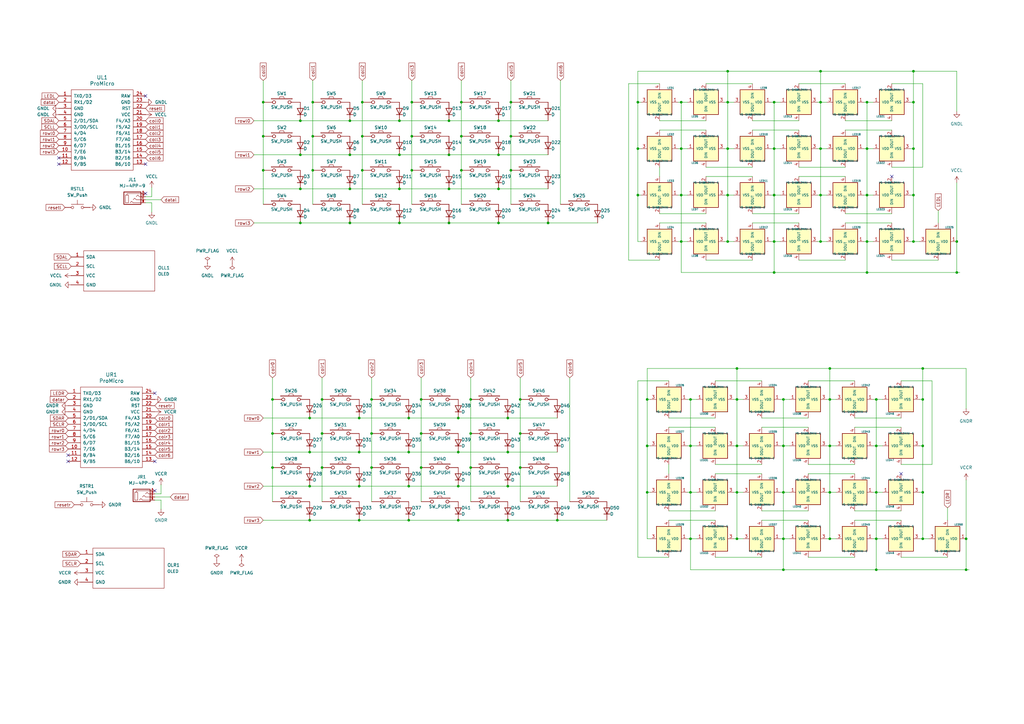
<source format=kicad_sch>
(kicad_sch (version 20231120) (generator "eeschema") (generator_version "8.0")
  (paper "A3")
  (junction (at 283.21 182.88))
  (junction (at 396.24 220.98))
  (junction (at 392.43 111.76))
  (junction (at 302.26 201.93))
  (junction (at 317.5 41.91))
  (junction (at 378.46 220.98))
  (junction (at 208.28 213.36))
  (junction (at 147.32 185.42))
  (junction (at 189.23 55.88))
  (junction (at 204.47 91.44))
  (junction (at 359.41 163.83))
  (junction (at 321.31 201.93))
  (junction (at 298.45 29.21))
  (junction (at 317.5 99.06))
  (junction (at 265.43 163.83))
  (junction (at 302.26 163.83))
  (junction (at 187.96 171.45))
  (junction (at 298.45 60.96))
  (junction (at 167.64 213.36))
  (junction (at 189.23 69.85))
  (junction (at 143.51 91.44))
  (junction (at 107.95 41.91))
  (junction (at 193.04 191.77))
  (junction (at 208.28 185.42))
  (junction (at 123.19 91.44))
  (junction (at 167.64 171.45))
  (junction (at 265.43 201.93))
  (junction (at 336.55 41.91))
  (junction (at 374.65 60.96))
  (junction (at 374.65 29.21))
  (junction (at 298.45 80.01))
  (junction (at 336.55 99.06))
  (junction (at 283.21 220.98))
  (junction (at 279.4 80.01))
  (junction (at 298.45 99.06))
  (junction (at 359.41 201.93))
  (junction (at 321.31 233.68))
  (junction (at 265.43 182.88))
  (junction (at 172.72 177.8))
  (junction (at 204.47 49.53))
  (junction (at 143.51 77.47))
  (junction (at 279.4 60.96))
  (junction (at 355.6 111.76))
  (junction (at 283.21 201.93))
  (junction (at 172.72 163.83))
  (junction (at 298.45 41.91))
  (junction (at 228.6 213.36))
  (junction (at 283.21 163.83))
  (junction (at 336.55 80.01))
  (junction (at 374.65 80.01))
  (junction (at 359.41 182.88))
  (junction (at 340.36 151.13))
  (junction (at 167.64 185.42))
  (junction (at 336.55 60.96))
  (junction (at 184.15 63.5))
  (junction (at 132.08 177.8))
  (junction (at 224.79 91.44))
  (junction (at 143.51 63.5))
  (junction (at 392.43 99.06))
  (junction (at 189.23 41.91))
  (junction (at 107.95 69.85))
  (junction (at 204.47 63.5))
  (junction (at 107.95 55.88))
  (junction (at 132.08 191.77))
  (junction (at 184.15 91.44))
  (junction (at 208.28 199.39))
  (junction (at 378.46 182.88))
  (junction (at 148.59 69.85))
  (junction (at 355.6 80.01))
  (junction (at 111.76 177.8))
  (junction (at 193.04 163.83))
  (junction (at 127 185.42))
  (junction (at 302.26 151.13))
  (junction (at 261.62 60.96))
  (junction (at 208.28 171.45))
  (junction (at 187.96 185.42))
  (junction (at 378.46 201.93))
  (junction (at 148.59 41.91))
  (junction (at 340.36 220.98))
  (junction (at 168.91 41.91))
  (junction (at 378.46 151.13))
  (junction (at 193.04 177.8))
  (junction (at 213.36 177.8))
  (junction (at 209.55 69.85))
  (junction (at 127 199.39))
  (junction (at 111.76 191.77))
  (junction (at 147.32 213.36))
  (junction (at 209.55 41.91))
  (junction (at 163.83 77.47))
  (junction (at 143.51 49.53))
  (junction (at 123.19 49.53))
  (junction (at 187.96 199.39))
  (junction (at 355.6 60.96))
  (junction (at 148.59 55.88))
  (junction (at 123.19 77.47))
  (junction (at 279.4 41.91))
  (junction (at 340.36 182.88))
  (junction (at 127 171.45))
  (junction (at 396.24 233.68))
  (junction (at 213.36 191.77))
  (junction (at 302.26 182.88))
  (junction (at 355.6 99.06))
  (junction (at 147.32 199.39))
  (junction (at 184.15 49.53))
  (junction (at 317.5 60.96))
  (junction (at 128.27 69.85))
  (junction (at 128.27 55.88))
  (junction (at 374.65 99.06))
  (junction (at 152.4 177.8))
  (junction (at 317.5 80.01))
  (junction (at 261.62 80.01))
  (junction (at 321.31 182.88))
  (junction (at 355.6 41.91))
  (junction (at 321.31 220.98))
  (junction (at 147.32 171.45))
  (junction (at 127 213.36))
  (junction (at 359.41 220.98))
  (junction (at 340.36 201.93))
  (junction (at 279.4 99.06))
  (junction (at 321.31 163.83))
  (junction (at 374.65 41.91))
  (junction (at 359.41 233.68))
  (junction (at 213.36 163.83))
  (junction (at 168.91 69.85))
  (junction (at 336.55 29.21))
  (junction (at 340.36 163.83))
  (junction (at 111.76 163.83))
  (junction (at 152.4 163.83))
  (junction (at 123.19 63.5))
  (junction (at 209.55 55.88))
  (junction (at 261.62 41.91))
  (junction (at 378.46 163.83))
  (junction (at 302.26 220.98))
  (junction (at 163.83 63.5))
  (junction (at 128.27 41.91))
  (junction (at 187.96 213.36))
  (junction (at 163.83 49.53))
  (junction (at 132.08 163.83))
  (junction (at 172.72 191.77))
  (junction (at 168.91 55.88))
  (junction (at 163.83 91.44))
  (junction (at 184.15 77.47))
  (junction (at 167.64 199.39))
  (junction (at 152.4 191.77))
  (junction (at 317.5 111.76))
  (junction (at 204.47 77.47))
  (no_connect (at 24.13 67.31))
  (no_connect (at 24.13 64.77))
  (no_connect (at 365.76 72.39))
  (no_connect (at 27.94 186.69))
  (no_connect (at 59.69 39.37))
  (no_connect (at 63.5 201.295))
  (no_connect (at 63.5 161.29))
  (no_connect (at 59.69 79.375))
  (no_connect (at 59.69 67.31))
  (no_connect (at 369.57 194.31))
  (no_connect (at 63.5 189.23))
  (no_connect (at 27.94 189.23))
  (wire (pts (xy 336.55 29.21) (xy 374.65 29.21)))
  (wire (pts (xy 378.46 68.58) (xy 365.76 68.58)))
  (wire (pts (xy 224.79 91.44) (xy 245.11 91.44)))
  (wire (pts (xy 302.26 182.88) (xy 302.26 201.93)))
  (wire (pts (xy 123.19 49.53) (xy 143.51 49.53)))
  (wire (pts (xy 127 213.36) (xy 147.32 213.36)))
  (wire (pts (xy 274.32 213.36) (xy 293.37 213.36)))
  (wire (pts (xy 317.5 41.91) (xy 320.04 41.91)))
  (wire (pts (xy 358.14 201.93) (xy 359.41 201.93)))
  (wire (pts (xy 378.46 182.88) (xy 378.46 163.83)))
  (wire (pts (xy 392.43 74.93) (xy 392.43 99.06)))
  (wire (pts (xy 209.55 33.02) (xy 209.55 41.91)))
  (wire (pts (xy 302.26 201.93) (xy 304.8 201.93)))
  (wire (pts (xy 293.37 228.6) (xy 312.42 228.6)))
  (wire (pts (xy 350.52 209.55) (xy 369.57 209.55)))
  (wire (pts (xy 204.47 63.5) (xy 224.79 63.5)))
  (wire (pts (xy 193.04 191.77) (xy 193.04 205.74)))
  (wire (pts (xy 270.51 106.68) (xy 257.81 106.68)))
  (wire (pts (xy 302.26 163.83) (xy 302.26 151.13)))
  (wire (pts (xy 308.61 91.44) (xy 327.66 91.44)))
  (wire (pts (xy 66.04 202.565) (xy 66.04 198.755)))
  (wire (pts (xy 107.95 41.91) (xy 107.95 55.88)))
  (wire (pts (xy 163.83 91.44) (xy 184.15 91.44)))
  (wire (pts (xy 233.68 154.94) (xy 233.68 205.74)))
  (wire (pts (xy 148.59 41.91) (xy 148.59 55.88)))
  (wire (pts (xy 261.62 41.91) (xy 261.62 60.96)))
  (wire (pts (xy 209.55 55.88) (xy 209.55 69.85)))
  (wire (pts (xy 270.51 91.44) (xy 289.56 91.44)))
  (wire (pts (xy 167.64 185.42) (xy 187.96 185.42)))
  (wire (pts (xy 208.28 199.39) (xy 228.6 199.39)))
  (wire (pts (xy 163.83 49.53) (xy 184.15 49.53)))
  (wire (pts (xy 283.21 233.68) (xy 283.21 220.98)))
  (wire (pts (xy 274.32 228.6) (xy 261.62 228.6)))
  (wire (pts (xy 321.31 220.98) (xy 321.31 233.68)))
  (wire (pts (xy 312.42 213.36) (xy 331.47 213.36)))
  (wire (pts (xy 300.99 163.83) (xy 302.26 163.83)))
  (wire (pts (xy 321.31 163.83) (xy 321.31 182.88)))
  (wire (pts (xy 278.13 60.96) (xy 279.4 60.96)))
  (wire (pts (xy 320.04 201.93) (xy 321.31 201.93)))
  (wire (pts (xy 302.26 163.83) (xy 304.8 163.83)))
  (wire (pts (xy 355.6 80.01) (xy 358.14 80.01)))
  (wire (pts (xy 320.04 163.83) (xy 321.31 163.83)))
  (wire (pts (xy 298.45 41.91) (xy 298.45 60.96)))
  (wire (pts (xy 302.26 163.83) (xy 302.26 182.88)))
  (wire (pts (xy 163.83 63.5) (xy 184.15 63.5)))
  (wire (pts (xy 340.36 163.83) (xy 342.9 163.83)))
  (wire (pts (xy 187.96 213.36) (xy 208.28 213.36)))
  (wire (pts (xy 355.6 41.91) (xy 358.14 41.91)))
  (wire (pts (xy 172.72 177.8) (xy 172.72 191.77)))
  (wire (pts (xy 336.55 80.01) (xy 339.09 80.01)))
  (wire (pts (xy 262.89 99.06) (xy 261.62 99.06)))
  (wire (pts (xy 111.76 191.77) (xy 111.76 205.74)))
  (wire (pts (xy 204.47 77.47) (xy 224.79 77.47)))
  (wire (pts (xy 187.96 185.42) (xy 208.28 185.42)))
  (wire (pts (xy 396.24 220.98) (xy 396.24 233.68)))
  (wire (pts (xy 350.52 175.26) (xy 369.57 175.26)))
  (wire (pts (xy 104.14 49.53) (xy 123.19 49.53)))
  (wire (pts (xy 229.87 33.02) (xy 229.87 83.82)))
  (wire (pts (xy 62.23 80.645) (xy 62.23 76.835)))
  (wire (pts (xy 317.5 99.06) (xy 320.04 99.06)))
  (wire (pts (xy 261.62 80.01) (xy 261.62 99.06)))
  (wire (pts (xy 339.09 182.88) (xy 340.36 182.88)))
  (wire (pts (xy 321.31 201.93) (xy 323.85 201.93)))
  (wire (pts (xy 107.95 185.42) (xy 127 185.42)))
  (wire (pts (xy 152.4 163.83) (xy 152.4 177.8)))
  (wire (pts (xy 189.23 69.85) (xy 189.23 83.82)))
  (wire (pts (xy 128.27 41.91) (xy 128.27 55.88)))
  (wire (pts (xy 382.27 156.21) (xy 382.27 190.5)))
  (wire (pts (xy 312.42 171.45) (xy 331.47 171.45)))
  (wire (pts (xy 354.33 80.01) (xy 355.6 80.01)))
  (wire (pts (xy 189.23 33.02) (xy 189.23 41.91)))
  (wire (pts (xy 365.76 34.29) (xy 378.46 34.29)))
  (wire (pts (xy 373.38 80.01) (xy 374.65 80.01)))
  (wire (pts (xy 350.52 213.36) (xy 369.57 213.36)))
  (wire (pts (xy 340.36 182.88) (xy 340.36 201.93)))
  (wire (pts (xy 189.23 41.91) (xy 189.23 55.88)))
  (wire (pts (xy 382.27 190.5) (xy 369.57 190.5)))
  (wire (pts (xy 167.64 171.45) (xy 187.96 171.45)))
  (wire (pts (xy 279.4 80.01) (xy 279.4 99.06)))
  (wire (pts (xy 396.24 233.68) (xy 359.41 233.68)))
  (wire (pts (xy 336.55 41.91) (xy 339.09 41.91)))
  (wire (pts (xy 279.4 60.96) (xy 279.4 80.01)))
  (wire (pts (xy 298.45 41.91) (xy 300.99 41.91)))
  (wire (pts (xy 317.5 60.96) (xy 320.04 60.96)))
  (wire (pts (xy 111.76 177.8) (xy 111.76 191.77)))
  (wire (pts (xy 279.4 41.91) (xy 281.94 41.91)))
  (wire (pts (xy 123.19 63.5) (xy 143.51 63.5)))
  (wire (pts (xy 265.43 163.83) (xy 266.7 163.83)))
  (wire (pts (xy 339.09 201.93) (xy 340.36 201.93)))
  (wire (pts (xy 289.56 68.58) (xy 308.61 68.58)))
  (wire (pts (xy 321.31 163.83) (xy 323.85 163.83)))
  (wire (pts (xy 354.33 60.96) (xy 355.6 60.96)))
  (wire (pts (xy 354.33 99.06) (xy 355.6 99.06)))
  (wire (pts (xy 184.15 77.47) (xy 204.47 77.47)))
  (wire (pts (xy 340.36 163.83) (xy 340.36 182.88)))
  (wire (pts (xy 208.28 171.45) (xy 228.6 171.45)))
  (wire (pts (xy 392.43 29.21) (xy 392.43 45.72)))
  (wire (pts (xy 193.04 177.8) (xy 193.04 191.77)))
  (wire (pts (xy 63.5 205.105) (xy 66.04 205.105)))
  (wire (pts (xy 396.24 196.85) (xy 396.24 220.98)))
  (wire (pts (xy 346.71 87.63) (xy 365.76 87.63)))
  (wire (pts (xy 378.46 34.29) (xy 378.46 68.58)))
  (wire (pts (xy 355.6 60.96) (xy 358.14 60.96)))
  (wire (pts (xy 354.33 41.91) (xy 355.6 41.91)))
  (wire (pts (xy 283.21 182.88) (xy 285.75 182.88)))
  (wire (pts (xy 127 171.45) (xy 147.32 171.45)))
  (wire (pts (xy 204.47 91.44) (xy 224.79 91.44)))
  (wire (pts (xy 66.04 205.105) (xy 66.04 208.915)))
  (wire (pts (xy 392.43 111.76) (xy 355.6 111.76)))
  (wire (pts (xy 316.23 80.01) (xy 317.5 80.01)))
  (wire (pts (xy 289.56 34.29) (xy 308.61 34.29)))
  (wire (pts (xy 377.19 182.88) (xy 378.46 182.88)))
  (wire (pts (xy 283.21 201.93) (xy 283.21 220.98)))
  (wire (pts (xy 392.43 99.06) (xy 392.43 111.76)))
  (wire (pts (xy 209.55 41.91) (xy 209.55 55.88)))
  (wire (pts (xy 147.32 199.39) (xy 167.64 199.39)))
  (wire (pts (xy 327.66 106.68) (xy 346.71 106.68)))
  (wire (pts (xy 189.23 55.88) (xy 189.23 69.85)))
  (wire (pts (xy 308.61 87.63) (xy 327.66 87.63)))
  (wire (pts (xy 107.95 171.45) (xy 127 171.45)))
  (wire (pts (xy 316.23 99.06) (xy 317.5 99.06)))
  (wire (pts (xy 62.23 83.185) (xy 62.23 86.995)))
  (wire (pts (xy 297.18 41.91) (xy 298.45 41.91)))
  (wire (pts (xy 378.46 220.98) (xy 381 220.98)))
  (wire (pts (xy 132.08 177.8) (xy 132.08 191.77)))
  (wire (pts (xy 104.14 91.44) (xy 123.19 91.44)))
  (wire (pts (xy 346.71 53.34) (xy 365.76 53.34)))
  (wire (pts (xy 193.04 163.83) (xy 193.04 177.8)))
  (wire (pts (xy 213.36 163.83) (xy 213.36 177.8)))
  (wire (pts (xy 336.55 60.96) (xy 339.09 60.96)))
  (wire (pts (xy 331.47 194.31) (xy 350.52 194.31)))
  (wire (pts (xy 384.81 86.36) (xy 384.81 91.44)))
  (wire (pts (xy 302.26 151.13) (xy 340.36 151.13)))
  (wire (pts (xy 213.36 154.94) (xy 213.36 163.83)))
  (wire (pts (xy 261.62 156.21) (xy 274.32 156.21)))
  (wire (pts (xy 355.6 41.91) (xy 355.6 60.96)))
  (wire (pts (xy 378.46 163.83) (xy 378.46 151.13)))
  (wire (pts (xy 213.36 191.77) (xy 213.36 205.74)))
  (wire (pts (xy 316.23 41.91) (xy 317.5 41.91)))
  (wire (pts (xy 279.4 99.06) (xy 281.94 99.06)))
  (wire (pts (xy 168.91 55.88) (xy 168.91 69.85)))
  (wire (pts (xy 359.41 163.83) (xy 359.41 182.88)))
  (wire (pts (xy 358.14 163.83) (xy 359.41 163.83)))
  (wire (pts (xy 261.62 228.6) (xy 261.62 156.21)))
  (wire (pts (xy 321.31 182.88) (xy 323.85 182.88)))
  (wire (pts (xy 393.7 111.76) (xy 392.43 111.76)))
  (wire (pts (xy 308.61 49.53) (xy 327.66 49.53)))
  (wire (pts (xy 128.27 55.88) (xy 128.27 69.85)))
  (wire (pts (xy 111.76 154.94) (xy 111.76 163.83)))
  (wire (pts (xy 265.43 201.93) (xy 265.43 220.98)))
  (wire (pts (xy 143.51 49.53) (xy 163.83 49.53)))
  (wire (pts (xy 339.09 220.98) (xy 340.36 220.98)))
  (wire (pts (xy 123.19 91.44) (xy 143.51 91.44)))
  (wire (pts (xy 396.24 151.13) (xy 378.46 151.13)))
  (wire (pts (xy 359.41 233.68) (xy 321.31 233.68)))
  (wire (pts (xy 321.31 233.68) (xy 283.21 233.68)))
  (wire (pts (xy 369.57 228.6) (xy 388.62 228.6)))
  (wire (pts (xy 327.66 68.58) (xy 346.71 68.58)))
  (wire (pts (xy 346.71 91.44) (xy 365.76 91.44)))
  (wire (pts (xy 278.13 41.91) (xy 279.4 41.91)))
  (wire (pts (xy 374.65 99.06) (xy 377.19 99.06)))
  (wire (pts (xy 359.41 220.98) (xy 361.95 220.98)))
  (wire (pts (xy 374.65 99.06) (xy 374.65 80.01)))
  (wire (pts (xy 298.45 80.01) (xy 298.45 99.06)))
  (wire (pts (xy 209.55 69.85) (xy 209.55 83.82)))
  (wire (pts (xy 270.51 68.58) (xy 270.51 72.39)))
  (wire (pts (xy 377.19 220.98) (xy 378.46 220.98)))
  (wire (pts (xy 378.46 163.83) (xy 377.19 163.83)))
  (wire (pts (xy 283.21 220.98) (xy 285.75 220.98)))
  (wire (pts (xy 274.32 190.5) (xy 274.32 194.31)))
  (wire (pts (xy 298.45 60.96) (xy 298.45 80.01)))
  (wire (pts (xy 355.6 99.06) (xy 355.6 111.76)))
  (wire (pts (xy 336.55 60.96) (xy 336.55 80.01)))
  (wire (pts (xy 300.99 201.93) (xy 302.26 201.93)))
  (wire (pts (xy 359.41 182.88) (xy 359.41 201.93)))
  (wire (pts (xy 228.6 213.36) (xy 248.92 213.36)))
  (wire (pts (xy 302.26 201.93) (xy 302.26 220.98)))
  (wire (pts (xy 340.36 220.98) (xy 342.9 220.98)))
  (wire (pts (xy 128.27 33.02) (xy 128.27 41.91)))
  (wire (pts (xy 265.43 182.88) (xy 265.43 201.93)))
  (wire (pts (xy 397.51 233.68) (xy 396.24 233.68)))
  (wire (pts (xy 213.36 177.8) (xy 213.36 191.77)))
  (wire (pts (xy 107.95 69.85) (xy 107.95 83.82)))
  (wire (pts (xy 298.45 80.01) (xy 300.99 80.01)))
  (wire (pts (xy 340.36 151.13) (xy 378.46 151.13)))
  (wire (pts (xy 302.26 182.88) (xy 304.8 182.88)))
  (wire (pts (xy 340.36 182.88) (xy 342.9 182.88)))
  (wire (pts (xy 359.41 201.93) (xy 359.41 220.98)))
  (wire (pts (xy 293.37 190.5) (xy 312.42 190.5)))
  (wire (pts (xy 373.38 60.96) (xy 374.65 60.96)))
  (wire (pts (xy 317.5 80.01) (xy 320.04 80.01)))
  (wire (pts (xy 204.47 49.53) (xy 224.79 49.53)))
  (wire (pts (xy 261.62 41.91) (xy 262.89 41.91)))
  (wire (pts (xy 335.28 99.06) (xy 336.55 99.06)))
  (wire (pts (xy 208.28 185.42) (xy 228.6 185.42)))
  (wire (pts (xy 396.24 151.13) (xy 396.24 167.64)))
  (wire (pts (xy 283.21 201.93) (xy 285.75 201.93)))
  (wire (pts (xy 340.36 151.13) (xy 340.36 163.83)))
  (wire (pts (xy 378.46 201.93) (xy 378.46 182.88)))
  (wire (pts (xy 262.89 80.01) (xy 261.62 80.01)))
  (wire (pts (xy 274.32 209.55) (xy 293.37 209.55)))
  (wire (pts (xy 331.47 228.6) (xy 350.52 228.6)))
  (wire (pts (xy 327.66 72.39) (xy 346.71 72.39)))
  (wire (pts (xy 331.47 190.5) (xy 350.52 190.5)))
  (wire (pts (xy 152.4 154.94) (xy 152.4 163.83)))
  (wire (pts (xy 321.31 220.98) (xy 323.85 220.98)))
  (wire (pts (xy 274.32 175.26) (xy 293.37 175.26)))
  (wire (pts (xy 392.43 29.21) (xy 374.65 29.21)))
  (wire (pts (xy 257.81 34.29) (xy 257.81 106.68)))
  (wire (pts (xy 359.41 163.83) (xy 361.95 163.83)))
  (wire (pts (xy 300.99 220.98) (xy 302.26 220.98)))
  (wire (pts (xy 104.14 77.47) (xy 123.19 77.47)))
  (wire (pts (xy 172.72 154.94) (xy 172.72 163.83)))
  (wire (pts (xy 132.08 163.83) (xy 132.08 177.8)))
  (wire (pts (xy 123.19 77.47) (xy 143.51 77.47)))
  (wire (pts (xy 266.7 182.88) (xy 265.43 182.88)))
  (wire (pts (xy 336.55 29.21) (xy 336.55 41.91)))
  (wire (pts (xy 283.21 163.83) (xy 283.21 182.88)))
  (wire (pts (xy 278.13 80.01) (xy 279.4 80.01)))
  (wire (pts (xy 281.94 201.93) (xy 283.21 201.93)))
  (wire (pts (xy 208.28 213.36) (xy 228.6 213.36)))
  (wire (pts (xy 143.51 91.44) (xy 163.83 91.44)))
  (wire (pts (xy 59.69 83.185) (xy 62.23 83.185)))
  (wire (pts (xy 270.51 49.53) (xy 289.56 49.53)))
  (wire (pts (xy 365.76 106.68) (xy 384.81 106.68)))
  (wire (pts (xy 281.94 182.88) (xy 283.21 182.88)))
  (wire (pts (xy 104.14 63.5) (xy 123.19 63.5)))
  (wire (pts (xy 152.4 177.8) (xy 152.4 191.77)))
  (wire (pts (xy 279.4 60.96) (xy 281.94 60.96)))
  (wire (pts (xy 127 199.39) (xy 147.32 199.39)))
  (wire (pts (xy 261.62 41.91) (xy 261.62 29.21)))
  (wire (pts (xy 147.32 171.45) (xy 167.64 171.45)))
  (wire (pts (xy 193.04 154.94) (xy 193.04 163.83)))
  (wire (pts (xy 321.31 201.93) (xy 321.31 220.98)))
  (wire (pts (xy 359.41 201.93) (xy 361.95 201.93)))
  (wire (pts (xy 167.64 213.36) (xy 187.96 213.36)))
  (wire (pts (xy 300.99 182.88) (xy 302.26 182.88)))
  (wire (pts (xy 298.45 99.06) (xy 300.99 99.06)))
  (wire (pts (xy 143.51 77.47) (xy 163.83 77.47)))
  (wire (pts (xy 270.51 53.34) (xy 289.56 53.34)))
  (wire (pts (xy 128.27 69.85) (xy 128.27 83.82)))
  (wire (pts (xy 168.91 69.85) (xy 168.91 83.82)))
  (wire (pts (xy 358.14 182.88) (xy 359.41 182.88)))
  (wire (pts (xy 59.69 81.915) (xy 66.04 81.915)))
  (wire (pts (xy 293.37 156.21) (xy 312.42 156.21)))
  (wire (pts (xy 355.6 111.76) (xy 317.5 111.76)))
  (wire (pts (xy 127 185.42) (xy 147.32 185.42)))
  (wire (pts (xy 378.46 220.98) (xy 378.46 201.93)))
  (wire (pts (xy 335.28 41.91) (xy 336.55 41.91)))
  (wire (pts (xy 59.69 80.645) (xy 62.23 80.645)))
  (wire (pts (xy 374.65 60.96) (xy 374.65 41.91)))
  (wire (pts (xy 184.15 49.53) (xy 204.47 49.53)))
  (wire (pts (xy 283.21 182.88) (xy 283.21 201.93)))
  (wire (pts (xy 262.89 60.96) (xy 261.62 60.96)))
  (wire (pts (xy 388.62 208.28) (xy 388.62 213.36)))
  (wire (pts (xy 340.36 201.93) (xy 342.9 201.93)))
  (wire (pts (xy 261.62 60.96) (xy 261.62 80.01)))
  (wire (pts (xy 132.08 154.94) (xy 132.08 163.83)))
  (wire (pts (xy 317.5 111.76) (xy 279.4 111.76)))
  (wire (pts (xy 266.7 220.98) (xy 265.43 220.98)))
  (wire (pts (xy 374.65 80.01) (xy 374.65 60.96)))
  (wire (pts (xy 163.83 77.47) (xy 184.15 77.47)))
  (wire (pts (xy 369.57 156.21) (xy 382.27 156.21)))
  (wire (pts (xy 132.08 191.77) (xy 132.08 205.74)))
  (wire (pts (xy 143.51 63.5) (xy 163.83 63.5)))
  (wire (pts (xy 336.55 80.01) (xy 336.55 99.06)))
  (wire (pts (xy 283.21 163.83) (xy 285.75 163.83)))
  (wire (pts (xy 312.42 175.26) (xy 331.47 175.26)))
  (wire (pts (xy 373.38 99.06) (xy 374.65 99.06)))
  (wire (pts (xy 339.09 163.83) (xy 340.36 163.83)))
  (wire (pts (xy 168.91 41.91) (xy 168.91 55.88)))
  (wire (pts (xy 265.43 151.13) (xy 302.26 151.13)))
  (wire (pts (xy 317.5 60.96) (xy 317.5 80.01)))
  (wire (pts (xy 331.47 156.21) (xy 350.52 156.21)))
  (wire (pts (xy 279.4 80.01) (xy 281.94 80.01)))
  (wire (pts (xy 308.61 53.34) (xy 327.66 53.34)))
  (wire (pts (xy 289.56 72.39) (xy 308.61 72.39)))
  (wire (pts (xy 297.18 80.01) (xy 298.45 80.01)))
  (wire (pts (xy 302.26 220.98) (xy 304.8 220.98)))
  (wire (pts (xy 281.94 163.83) (xy 283.21 163.83)))
  (wire (pts (xy 111.76 163.83) (xy 111.76 177.8)))
  (wire (pts (xy 187.96 171.45) (xy 208.28 171.45)))
  (wire (pts (xy 320.04 182.88) (xy 321.31 182.88)))
  (wire (pts (xy 374.65 41.91) (xy 374.65 29.21)))
  (wire (pts (xy 377.19 201.93) (xy 378.46 201.93)))
  (wire (pts (xy 107.95 55.88) (xy 107.95 69.85)))
  (wire (pts (xy 317.5 99.06) (xy 317.5 111.76)))
  (wire (pts (xy 152.4 191.77) (xy 152.4 205.74)))
  (wire (pts (xy 261.62 29.21) (xy 298.45 29.21)))
  (wire (pts (xy 168.91 33.02) (xy 168.91 41.91)))
  (wire (pts (xy 167.64 199.39) (xy 187.96 199.39)))
  (wire (pts (xy 298.45 60.96) (xy 300.99 60.96)))
  (wire (pts (xy 63.5 202.565) (xy 66.04 202.565)))
  (wire (pts (xy 358.14 220.98) (xy 359.41 220.98)))
  (wire (pts (xy 335.28 80.01) (xy 336.55 80.01)))
  (wire (pts (xy 297.18 60.96) (xy 298.45 60.96)))
  (wire (pts (xy 293.37 194.31) (xy 312.42 194.31)))
  (wire (pts (xy 187.96 199.39) (xy 208.28 199.39)))
  (wire (pts (xy 279.4 111.76) (xy 279.4 99.06)))
  (wire (pts (xy 147.32 185.42) (xy 167.64 185.42)))
  (wire (pts (xy 147.32 213.36) (xy 167.64 213.36)))
  (wire (pts (xy 317.5 41.91) (xy 317.5 60.96)))
  (wire (pts (xy 270.51 87.63) (xy 289.56 87.63)))
  (wire (pts (xy 335.28 60.96) (xy 336.55 60.96)))
  (wire (pts (xy 312.42 209.55) (xy 331.47 209.55)))
  (wire (pts (xy 265.43 163.83) (xy 265.43 151.13)))
  (wire (pts (xy 374.65 41.91) (xy 373.38 41.91)))
  (wire (pts (xy 327.66 34.29) (xy 346.71 34.29)))
  (wire (pts (xy 172.72 191.77) (xy 172.72 205.74)))
  (wire (pts (xy 278.13 99.06) (xy 279.4 99.06)))
  (wire (pts (xy 274.32 171.45) (xy 293.37 171.45)))
  (wire (pts (xy 355.6 60.96) (xy 355.6 80.01)))
  (wire (pts (xy 279.4 41.91) (xy 279.4 60.96)))
  (wire (pts (xy 107.95 33.02) (xy 107.95 41.91)))
  (wire (pts (xy 265.43 163.83) (xy 265.43 182.88)))
  (wire (pts (xy 148.59 55.88) (xy 148.59 69.85)))
  (wire (pts (xy 289.56 106.68) (xy 308.61 106.68)))
  (wire (pts (xy 172.72 163.83) (xy 172.72 177.8)))
  (wire (pts (xy 63.5 203.835) (xy 69.85 203.835)))
  (wire (pts (xy 355.6 99.06) (xy 358.14 99.06)))
  (wire (pts (xy 281.94 220.98) (xy 283.21 220.98)))
  (wire (pts (xy 355.6 80.01) (xy 355.6 99.06)))
  (wire (pts (xy 184.15 63.5) (xy 204.47 63.5)))
  (wire (pts (xy 350.52 171.45) (xy 369.57 171.45)))
  (wire (pts (xy 297.18 99.06) (xy 298.45 99.06)))
  (wire (pts (xy 316.23 60.96) (xy 317.5 60.96)))
  (wire (pts (xy 257.81 34.29) (xy 270.51 34.29)))
  (wire (pts (xy 266.7 201.93) (xy 265.43 201.93)))
  (wire (pts (xy 107.95 199.39) (xy 127 199.39)))
  (wire (pts (xy 148.59 69.85) (xy 148.59 83.82)))
  (wire (pts (xy 317.5 80.01) (xy 317.5 99.06)))
  (wire (pts (xy 336.55 99.06) (xy 339.09 99.06)))
  (wire (pts (xy 148.59 33.02) (xy 148.59 41.91)))
  (wire (pts (xy 320.04 220.98) (xy 321.31 220.98)))
  (wire (pts (xy 298.45 41.91) (xy 298.45 29.21)))
  (wire (pts (xy 336.55 41.91) (xy 336.55 60.96)))
  (wire (pts (xy 321.31 182.88) (xy 321.31 201.93)))
  (wire (pts (xy 359.41 220.98) (xy 359.41 233.68)))
  (wire (pts (xy 298.45 29.21) (xy 336.55 29.21)))
  (wire (pts (xy 359.41 182.88) (xy 361.95 182.88)))
  (wire (pts (xy 184.15 91.44) (xy 204.47 91.44)))
  (wire (pts (xy 107.95 213.36) (xy 127 213.36)))
  (wire (pts (xy 340.36 201.93) (xy 340.36 220.98)))
  (wire (pts (xy 346.71 49.53) (xy 365.76 49.53)))
  (global_label "coll6" (shape input) (at 59.69 64.77 0) (property "Intersheetrefs" "${INTERSHEET_REFS}" (effects (hide yes))))
  (global_label "colr1" (shape input) (at 63.5 173.99 0) (property "Intersheetrefs" "${INTERSHEET_REFS}" (effects (hide yes))))
  (global_label "colr4" (shape input) (at 193.04 154.94 90) (property "Intersheetrefs" "${INTERSHEET_REFS}" (effects (hide yes))))
  (global_label "resetl" (shape input) (at 26.67 85.09 180) (property "Intersheetrefs" "${INTERSHEET_REFS}" (effects (hide yes))))
  (global_label "rowr1" (shape input) (at 107.95 185.42 180) (property "Intersheetrefs" "${INTERSHEET_REFS}" (effects (hide yes))))
  (global_label "rowl2" (shape input) (at 104.14 77.47 180) (property "Intersheetrefs" "${INTERSHEET_REFS}" (effects (hide yes))))
  (global_label "coll5" (shape input) (at 59.69 62.23 0) (property "Intersheetrefs" "${INTERSHEET_REFS}" (effects (hide yes))))
  (global_label "coll5" (shape input) (at 209.55 33.02 90) (property "Intersheetrefs" "${INTERSHEET_REFS}" (effects (hide yes))))
  (global_label "rowr0" (shape input) (at 107.95 171.45 180) (property "Intersheetrefs" "${INTERSHEET_REFS}" (effects (hide yes))))
  (global_label "colr3" (shape input) (at 172.72 154.94 90) (property "Intersheetrefs" "${INTERSHEET_REFS}" (effects (hide yes))))
  (global_label "rowl2" (shape input) (at 24.13 59.69 180) (property "Intersheetrefs" "${INTERSHEET_REFS}" (effects (hide yes))))
  (global_label "coll1" (shape input) (at 59.69 52.07 0) (property "Intersheetrefs" "${INTERSHEET_REFS}" (effects (hide yes))))
  (global_label "LEDL" (shape input) (at 384.81 86.36 90) (property "Intersheetrefs" "${INTERSHEET_REFS}" (effects (hide yes))))
  (global_label "SDAL" (shape input) (at 24.13 49.53 180) (property "Intersheetrefs" "${INTERSHEET_REFS}" (effects (hide yes))))
  (global_label "coll1" (shape input) (at 128.27 33.02 90) (property "Intersheetrefs" "${INTERSHEET_REFS}" (effects (hide yes))))
  (global_label "colr3" (shape input) (at 63.5 179.07 0) (property "Intersheetrefs" "${INTERSHEET_REFS}" (effects (hide yes))))
  (global_label "coll2" (shape input) (at 59.69 54.61 0) (property "Intersheetrefs" "${INTERSHEET_REFS}" (effects (hide yes))))
  (global_label "colr2" (shape input) (at 63.5 176.53 0) (property "Intersheetrefs" "${INTERSHEET_REFS}" (effects (hide yes))))
  (global_label "colr0" (shape input) (at 111.76 154.94 90) (property "Intersheetrefs" "${INTERSHEET_REFS}" (effects (hide yes))))
  (global_label "datal" (shape input) (at 66.04 81.915 0) (property "Intersheetrefs" "${INTERSHEET_REFS}" (effects (hide yes))))
  (global_label "resetr" (shape input) (at 30.48 207.01 180) (property "Intersheetrefs" "${INTERSHEET_REFS}" (effects (hide yes))))
  (global_label "rowr3" (shape input) (at 27.94 184.15 180) (property "Intersheetrefs" "${INTERSHEET_REFS}" (effects (hide yes))))
  (global_label "LEDL" (shape input) (at 24.13 39.37 180) (property "Intersheetrefs" "${INTERSHEET_REFS}" (effects (hide yes))))
  (global_label "rowr3" (shape input) (at 107.95 213.36 180) (property "Intersheetrefs" "${INTERSHEET_REFS}" (effects (hide yes))))
  (global_label "datal" (shape input) (at 24.13 41.91 180) (property "Intersheetrefs" "${INTERSHEET_REFS}" (effects (hide yes))))
  (global_label "SDAR" (shape input) (at 27.94 171.45 180) (property "Intersheetrefs" "${INTERSHEET_REFS}" (effects (hide yes))))
  (global_label "coll2" (shape input) (at 148.59 33.02 90) (property "Intersheetrefs" "${INTERSHEET_REFS}" (effects (hide yes))))
  (global_label "resetl" (shape input) (at 59.69 44.45 0) (property "Intersheetrefs" "${INTERSHEET_REFS}" (effects (hide yes))))
  (global_label "rowr1" (shape input) (at 27.94 179.07 180) (property "Intersheetrefs" "${INTERSHEET_REFS}" (effects (hide yes))))
  (global_label "SDAR" (shape input) (at 33.02 227.33 180) (property "Intersheetrefs" "${INTERSHEET_REFS}" (effects (hide yes))))
  (global_label "coll3" (shape input) (at 59.69 57.15 0) (property "Intersheetrefs" "${INTERSHEET_REFS}" (effects (hide yes))))
  (global_label "rowl0" (shape input) (at 24.13 54.61 180) (property "Intersheetrefs" "${INTERSHEET_REFS}" (effects (hide yes))))
  (global_label "SCLR" (shape input) (at 27.94 173.99 180) (property "Intersheetrefs" "${INTERSHEET_REFS}" (effects (hide yes))))
  (global_label "coll4" (shape input) (at 59.69 59.69 0) (property "Intersheetrefs" "${INTERSHEET_REFS}" (effects (hide yes))))
  (global_label "coll6" (shape input) (at 229.87 33.02 90) (property "Intersheetrefs" "${INTERSHEET_REFS}" (effects (hide yes))))
  (global_label "SCLL" (shape input) (at 29.21 109.22 180) (property "Intersheetrefs" "${INTERSHEET_REFS}" (effects (hide yes))))
  (global_label "coll0" (shape input) (at 59.69 49.53 0) (property "Intersheetrefs" "${INTERSHEET_REFS}" (effects (hide yes))))
  (global_label "resetr" (shape input) (at 63.5 166.37 0) (property "Intersheetrefs" "${INTERSHEET_REFS}" (effects (hide yes))))
  (global_label "coll4" (shape input) (at 189.23 33.02 90) (property "Intersheetrefs" "${INTERSHEET_REFS}" (effects (hide yes))))
  (global_label "colr5" (shape input) (at 63.5 184.15 0) (property "Intersheetrefs" "${INTERSHEET_REFS}" (effects (hide yes))))
  (global_label "rowl1" (shape input) (at 104.14 63.5 180) (property "Intersheetrefs" "${INTERSHEET_REFS}" (effects (hide yes))))
  (global_label "rowl1" (shape input) (at 24.13 57.15 180) (property "Intersheetrefs" "${INTERSHEET_REFS}" (effects (hide yes))))
  (global_label "rowr0" (shape input) (at 27.94 176.53 180) (property "Intersheetrefs" "${INTERSHEET_REFS}" (effects (hide yes))))
  (global_label "colr5" (shape input) (at 213.36 154.94 90) (property "Intersheetrefs" "${INTERSHEET_REFS}" (effects (hide yes))))
  (global_label "LEDR" (shape input) (at 388.62 208.28 90) (property "Intersheetrefs" "${INTERSHEET_REFS}" (effects (hide yes))))
  (global_label "rowl3" (shape input) (at 24.13 62.23 180) (property "Intersheetrefs" "${INTERSHEET_REFS}" (effects (hide yes))))
  (global_label "colr0" (shape input) (at 63.5 171.45 0) (property "Intersheetrefs" "${INTERSHEET_REFS}" (effects (hide yes))))
  (global_label "SCLL" (shape input) (at 24.13 52.07 180) (property "Intersheetrefs" "${INTERSHEET_REFS}" (effects (hide yes))))
  (global_label "colr6" (shape input) (at 233.68 154.94 90) (property "Intersheetrefs" "${INTERSHEET_REFS}" (effects (hide yes))))
  (global_label "coll3" (shape input) (at 168.91 33.02 90) (property "Intersheetrefs" "${INTERSHEET_REFS}" (effects (hide yes))))
  (global_label "rowr2" (shape input) (at 107.95 199.39 180) (property "Intersheetrefs" "${INTERSHEET_REFS}" (effects (hide yes))))
  (global_label "colr1" (shape input) (at 132.08 154.94 90) (property "Intersheetrefs" "${INTERSHEET_REFS}" (effects (hide yes))))
  (global_label "colr4" (shape input) (at 63.5 181.61 0) (property "Intersheetrefs" "${INTERSHEET_REFS}" (effects (hide yes))))
  (global_label "coll0" (shape input) (at 107.95 33.02 90) (property "Intersheetrefs" "${INTERSHEET_REFS}" (effects (hide yes))))
  (global_label "datar" (shape input) (at 69.85 203.835 0) (property "Intersheetrefs" "${INTERSHEET_REFS}" (effects (hide yes))))
  (global_label "datar" (shape input) (at 27.94 163.83 180) (property "Intersheetrefs" "${INTERSHEET_REFS}" (effects (hide yes))))
  (global_label "colr6" (shape input) (at 63.5 186.69 0) (property "Intersheetrefs" "${INTERSHEET_REFS}" (effects (hide yes))))
  (global_label "colr2" (shape input) (at 152.4 154.94 90) (property "Intersheetrefs" "${INTERSHEET_REFS}" (effects (hide yes))))
  (global_label "LEDR" (shape input) (at 27.94 161.29 180) (property "Intersheetrefs" "${INTERSHEET_REFS}" (effects (hide yes))))
  (global_label "rowr2" (shape input) (at 27.94 181.61 180) (property "Intersheetrefs" "${INTERSHEET_REFS}" (effects (hide yes))))
  (global_label "SCLR" (shape input) (at 33.02 231.14 180) (property "Intersheetrefs" "${INTERSHEET_REFS}" (effects (hide yes))))
  (global_label "rowl3" (shape input) (at 104.14 91.44 180) (property "Intersheetrefs" "${INTERSHEET_REFS}" (effects (hide yes))))
  (global_label "rowl0" (shape input) (at 104.14 49.53 180) (property "Intersheetrefs" "${INTERSHEET_REFS}" (effects (hide yes))))
  (global_label "SDAL" (shape input) (at 29.21 105.41 180) (property "Intersheetrefs" "${INTERSHEET_REFS}" (effects (hide yes))))
  (symbol (lib_id "power:GND") (at 33.02 238.76 270) (unit 1)
    (property "Reference" "#PWR017" (effects (hide yes)))
    (property "Value" "GNDR" (at 29.21 238.7599 90) (effects (justify right)))
    (property "Description" "Power symbol creates a global label with name \"GND\" , ground" (effects (hide yes)))
  )
  (symbol (lib_id "Device:D") (at 163.83 45.72 90) (unit 1)
    (property "Reference" "D9" (at 165.1 44.45 90) (effects (justify right)))
    (property "Value" "D" (at 165.1 46.99 90) (effects (justify right)))
    (property "Footprint" "Diode_THT:D_DO-35_SOD27_P7.62mm_Horizontal" (effects (hide yes)))
    (property "Description" "Diode" (effects (hide yes)))
    (property "Sim.Device" "D" (effects (hide yes)))
    (property "Sim.Pins" "1=K 2=A" (effects (hide yes)))
  )
  (symbol (lib_id "Device:D") (at 143.51 87.63 90) (unit 1)
    (property "Reference" "D8" (at 144.78 86.36 90) (effects (justify right)))
    (property "Value" "D" (at 144.78 88.9 90) (effects (justify right)))
    (property "Footprint" "Diode_THT:D_DO-35_SOD27_P7.62mm_Horizontal" (effects (hide yes)))
    (property "Description" "Diode" (effects (hide yes)))
    (property "Sim.Device" "D" (effects (hide yes)))
    (property "Sim.Pins" "1=K 2=A" (effects (hide yes)))
  )
  (symbol (lib_id "Device:D") (at 184.15 73.66 90) (unit 1)
    (property "Reference" "D15" (at 185.42 72.39 90) (effects (justify right)))
    (property "Value" "D" (at 185.42 74.93 90) (effects (justify right)))
    (property "Footprint" "Diode_THT:D_DO-35_SOD27_P7.62mm_Horizontal" (effects (hide yes)))
    (property "Description" "Diode" (effects (hide yes)))
    (property "Sim.Device" "D" (effects (hide yes)))
    (property "Sim.Pins" "1=K 2=A" (effects (hide yes)))
  )
  (symbol (lib_id "kbd:SW_PUSH") (at 139.7 163.83 0) (unit 1)
    (property "Reference" "SW30" (at 139.7 160.274 0))
    (property "Value" "SW_PUSH" (at 139.7 165.862 0))
    (property "Footprint" "kbd:keyswitch_cherrymx_hotswap_1u" (effects (hide yes)))
  )
  (symbol (lib_id "kbd:YS-SK6812MINI-E") (at 331.47 182.88 90) (unit 1)
    (property "Reference" "LED39" (at 326.898 188.722 90) (effects (font (size 0.7366 0.7366))))
    (property "Value" "YS-SK6812MINI-E" (at 331.47 177.8 90) (effects (font (size 0.7366 0.7366))))
    (property "Footprint" "kbd:YS-SK6812MINI-E" (effects (hide yes)))
  )
  (symbol (lib_id "kbd:SW_PUSH") (at 119.38 163.83 0) (unit 1)
    (property "Reference" "SW26" (at 119.38 160.274 0))
    (property "Value" "SW_PUSH" (at 119.38 165.862 0))
    (property "Footprint" "kbd:keyswitch_cherrymx_hotswap_1u" (effects (hide yes)))
  )
  (symbol (lib_id "kbd:YS-SK6812MINI-E") (at 331.47 220.98 90) (unit 1)
    (property "Reference" "LED41" (at 326.898 226.822 90) (effects (font (size 0.7366 0.7366))))
    (property "Value" "YS-SK6812MINI-E" (at 331.47 215.9 90) (effects (font (size 0.7366 0.7366))))
    (property "Footprint" "kbd:YS-SK6812MINI-E" (effects (hide yes)))
  )
  (symbol (lib_id "kbd:YS-SK6812MINI-E") (at 289.56 80.01 90) (unit 1)
    (property "Reference" "LED7" (at 284.988 85.852 90) (effects (font (size 0.7366 0.7366))))
    (property "Value" "YS-SK6812MINI-E" (at 289.56 74.93 90) (effects (font (size 0.7366 0.7366))))
    (property "Footprint" "kbd:YS-SK6812MINI-E" (effects (hide yes)))
  )
  (symbol (lib_id "Device:D") (at 208.28 181.61 90) (unit 1)
    (property "Reference" "D43" (at 209.55 180.34 90) (effects (justify right)))
    (property "Value" "D" (at 209.55 182.88 90) (effects (justify right)))
    (property "Footprint" "Diode_THT:D_DO-35_SOD27_P7.62mm_Horizontal" (effects (hide yes)))
    (property "Description" "Diode" (effects (hide yes)))
    (property "Sim.Device" "D" (effects (hide yes)))
    (property "Sim.Pins" "1=K 2=A" (effects (hide yes)))
  )
  (symbol (lib_id "kbd:SW_PUSH") (at 139.7 205.74 0) (unit 1)
    (property "Reference" "SW33" (at 139.7 202.184 0))
    (property "Value" "SW_PUSH" (at 139.7 207.772 0))
    (property "Footprint" "kbd:keyswitch_cherrymx_hotswap_1u" (effects (hide yes)))
  )
  (symbol (lib_id "Device:D") (at 167.64 167.64 90) (unit 1)
    (property "Reference" "D34" (at 168.91 166.37 90) (effects (justify right)))
    (property "Value" "D" (at 168.91 168.91 90) (effects (justify right)))
    (property "Footprint" "Diode_THT:D_DO-35_SOD27_P7.62mm_Horizontal" (effects (hide yes)))
    (property "Description" "Diode" (effects (hide yes)))
    (property "Sim.Device" "D" (effects (hide yes)))
    (property "Sim.Pins" "1=K 2=A" (effects (hide yes)))
  )
  (symbol (lib_id "kbd:YS-SK6812MINI-E") (at 365.76 41.91 90) (unit 1)
    (property "Reference" "LED21" (at 361.188 47.752 90) (effects (font (size 0.7366 0.7366))))
    (property "Value" "YS-SK6812MINI-E" (at 365.76 36.83 90) (effects (font (size 0.7366 0.7366))))
    (property "Footprint" "kbd:YS-SK6812MINI-E" (effects (hide yes)))
  )
  (symbol (lib_id "kbd:YS-SK6812MINI-E") (at 365.76 60.96 90) (unit 1)
    (property "Reference" "LED22" (at 361.188 66.802 90) (effects (font (size 0.7366 0.7366))))
    (property "Value" "YS-SK6812MINI-E" (at 365.76 55.88 90) (effects (font (size 0.7366 0.7366))))
    (property "Footprint" "kbd:YS-SK6812MINI-E" (effects (hide yes)))
  )
  (symbol (lib_id "kbd:YS-SK6812MINI-E") (at 346.71 60.96 270) (unit 1)
    (property "Reference" "LED18" (at 351.282 55.118 90) (effects (font (size 0.7366 0.7366))))
    (property "Value" "YS-SK6812MINI-E" (at 346.71 66.04 90) (effects (font (size 0.7366 0.7366))))
    (property "Footprint" "kbd:YS-SK6812MINI-E" (effects (hide yes)))
  )
  (symbol (lib_id "kbd:SW_PUSH") (at 176.53 41.91 0) (unit 1)
    (property "Reference" "SW13" (at 176.53 38.354 0))
    (property "Value" "SW_PUSH" (at 176.53 43.942 0))
    (property "Footprint" "kbd:keyswitch_cherrymx_hotswap_1u" (effects (hide yes)))
  )
  (symbol (lib_id "power:VCC") (at 59.69 46.99 270) (unit 1)
    (property "Reference" "#PWR07" (effects (hide yes)))
    (property "Value" "VCCL" (at 63.5 46.9899 90) (effects (justify left)))
    (property "Description" "Power symbol creates a global label with name \"VCC\"" (effects (hide yes)))
  )
  (symbol (lib_id "power:GND") (at 88.9 229.87 0) (unit 1)
    (property "Reference" "#PWR023" (effects (hide yes)))
    (property "Value" "GNDR" (at 88.9 234.95 0))
    (property "Description" "Power symbol creates a global label with name \"GND\" , ground" (effects (hide yes)))
  )
  (symbol (lib_id "kbd:YS-SK6812MINI-E") (at 293.37 163.83 90) (unit 1)
    (property "Reference" "LED30" (at 288.798 169.672 90) (effects (font (size 0.7366 0.7366))))
    (property "Value" "YS-SK6812MINI-E" (at 293.37 158.75 90) (effects (font (size 0.7366 0.7366))))
    (property "Footprint" "kbd:YS-SK6812MINI-E" (effects (hide yes)))
  )
  (symbol (lib_id "kbd:SW_PUSH") (at 156.21 83.82 0) (unit 1)
    (property "Reference" "SW12" (at 156.21 80.264 0))
    (property "Value" "SW_PUSH" (at 156.21 85.852 0))
    (property "Footprint" "kbd:keyswitch_cherrymx_hotswap_1u" (effects (hide yes)))
  )
  (symbol (lib_id "kbd:YS-SK6812MINI-E") (at 312.42 163.83 270) (unit 1)
    (property "Reference" "LED34" (at 316.992 157.988 90) (effects (font (size 0.7366 0.7366))))
    (property "Value" "YS-SK6812MINI-E" (at 312.42 168.91 90) (effects (font (size 0.7366 0.7366))))
    (property "Footprint" "kbd:YS-SK6812MINI-E" (effects (hide yes)))
  )
  (symbol (lib_id "kbd:SW_PUSH") (at 156.21 41.91 0) (unit 1)
    (property "Reference" "SW9" (at 156.21 38.354 0))
    (property "Value" "SW_PUSH" (at 156.21 43.942 0))
    (property "Footprint" "kbd:keyswitch_cherrymx_hotswap_1u" (effects (hide yes)))
  )
  (symbol (lib_id "kbd:OLED") (at 52.07 233.68 0) (unit 1)
    (property "Reference" "OLR1" (at 68.58 231.775 0) (effects (font (size 1.2954 1.2954)) (justify left)))
    (property "Value" "OLED" (at 68.58 234.315 0) (effects (font (size 1.1938 1.1938)) (justify left)))
    (property "Footprint" "kbd:OLED" (effects (hide yes)))
  )
  (symbol (lib_id "kbd:SW_PUSH") (at 180.34 163.83 0) (unit 1)
    (property "Reference" "SW38" (at 180.34 160.274 0))
    (property "Value" "SW_PUSH" (at 180.34 165.862 0))
    (property "Footprint" "kbd:keyswitch_cherrymx_hotswap_1u" (effects (hide yes)))
  )
  (symbol (lib_id "kbd:YS-SK6812MINI-E") (at 365.76 80.01 90) (unit 1)
    (property "Reference" "LED23" (at 361.188 85.852 90) (effects (font (size 0.7366 0.7366))))
    (property "Value" "YS-SK6812MINI-E" (at 365.76 74.93 90) (effects (font (size 0.7366 0.7366))))
    (property "Footprint" "kbd:YS-SK6812MINI-E" (effects (hide yes)))
  )
  (symbol (lib_id "kbd:YS-SK6812MINI-E") (at 270.51 80.01 270) (unit 1)
    (property "Reference" "LED3" (at 275.082 74.168 90) (effects (font (size 0.7366 0.7366))))
    (property "Value" "YS-SK6812MINI-E" (at 270.51 85.09 90) (effects (font (size 0.7366 0.7366))))
    (property "Footprint" "kbd:YS-SK6812MINI-E" (effects (hide yes)))
  )
  (symbol (lib_id "Device:D") (at 224.79 45.72 90) (unit 1)
    (property "Reference" "D21" (at 226.06 44.45 90) (effects (justify right)))
    (property "Value" "D" (at 226.06 46.99 90) (effects (justify right)))
    (property "Footprint" "Diode_THT:D_DO-35_SOD27_P7.62mm_Horizontal" (effects (hide yes)))
    (property "Description" "Diode" (effects (hide yes)))
    (property "Sim.Device" "D" (effects (hide yes)))
    (property "Sim.Pins" "1=K 2=A" (effects (hide yes)))
  )
  (symbol (lib_id "power:GND") (at 85.09 107.95 0) (unit 1)
    (property "Reference" "#PWR010" (effects (hide yes)))
    (property "Value" "GNDL" (at 85.09 113.03 0))
    (property "Description" "Power symbol creates a global label with name \"GND\" , ground" (effects (hide yes)))
  )
  (symbol (lib_id "power:GND") (at 24.13 44.45 270) (unit 1)
    (property "Reference" "#PWR01" (effects (hide yes)))
    (property "Value" "GNDL" (at 20.32 44.4499 90) (effects (justify right)))
    (property "Description" "Power symbol creates a global label with name \"GND\" , ground" (effects (hide yes)))
  )
  (symbol (lib_id "Device:D") (at 167.64 195.58 90) (unit 1)
    (property "Reference" "D36" (at 168.91 194.31 90) (effects (justify right)))
    (property "Value" "D" (at 168.91 196.85 90) (effects (justify right)))
    (property "Footprint" "Diode_THT:D_DO-35_SOD27_P7.62mm_Horizontal" (effects (hide yes)))
    (property "Description" "Diode" (effects (hide yes)))
    (property "Sim.Device" "D" (effects (hide yes)))
    (property "Sim.Pins" "1=K 2=A" (effects (hide yes)))
  )
  (symbol (lib_id "Device:D") (at 228.6 181.61 90) (unit 1)
    (property "Reference" "D47" (at 229.87 180.34 90) (effects (justify right)))
    (property "Value" "D" (at 229.87 182.88 90) (effects (justify right)))
    (property "Footprint" "Diode_THT:D_DO-35_SOD27_P7.62mm_Horizontal" (effects (hide yes)))
    (property "Description" "Diode" (effects (hide yes)))
    (property "Sim.Device" "D" (effects (hide yes)))
    (property "Sim.Pins" "1=K 2=A" (effects (hide yes)))
  )
  (symbol (lib_id "kbd:YS-SK6812MINI-E") (at 289.56 60.96 90) (unit 1)
    (property "Reference" "LED6" (at 284.988 66.802 90) (effects (font (size 0.7366 0.7366))))
    (property "Value" "YS-SK6812MINI-E" (at 289.56 55.88 90) (effects (font (size 0.7366 0.7366))))
    (property "Footprint" "kbd:YS-SK6812MINI-E" (effects (hide yes)))
  )
  (symbol (lib_id "kbd:YS-SK6812MINI-E") (at 346.71 99.06 270) (unit 1)
    (property "Reference" "LED20" (at 351.282 93.218 90) (effects (font (size 0.7366 0.7366))))
    (property "Value" "YS-SK6812MINI-E" (at 346.71 104.14 90) (effects (font (size 0.7366 0.7366))))
    (property "Footprint" "kbd:YS-SK6812MINI-E" (effects (hide yes)))
  )
  (symbol (lib_id "kbd:YS-SK6812MINI-E") (at 369.57 201.93 90) (unit 1)
    (property "Reference" "LED48" (at 364.998 207.772 90) (effects (font (size 0.7366 0.7366))))
    (property "Value" "YS-SK6812MINI-E" (at 369.57 196.85 90) (effects (font (size 0.7366 0.7366))))
    (property "Footprint" "kbd:YS-SK6812MINI-E" (effects (hide yes)))
  )
  (symbol (lib_id "kbd:YS-SK6812MINI-E") (at 369.57 163.83 90) (unit 1)
    (property "Reference" "LED46" (at 364.998 169.672 90) (effects (font (size 0.7366 0.7366))))
    (property "Value" "YS-SK6812MINI-E" (at 369.57 158.75 90) (effects (font (size 0.7366 0.7366))))
    (property "Footprint" "kbd:YS-SK6812MINI-E" (effects (hide yes)))
  )
  (symbol (lib_id "kbd:SW_PUSH") (at 139.7 177.8 0) (unit 1)
    (property "Reference" "SW31" (at 139.7 174.244 0))
    (property "Value" "SW_PUSH" (at 139.7 179.832 0))
    (property "Footprint" "kbd:keyswitch_cherrymx_hotswap_1u" (effects (hide yes)))
  )
  (symbol (lib_id "Device:D") (at 184.15 45.72 90) (unit 1)
    (property "Reference" "D13" (at 185.42 44.45 90) (effects (justify right)))
    (property "Value" "D" (at 185.42 46.99 90) (effects (justify right)))
    (property "Footprint" "Diode_THT:D_DO-35_SOD27_P7.62mm_Horizontal" (effects (hide yes)))
    (property "Description" "Diode" (effects (hide yes)))
    (property "Sim.Device" "D" (effects (hide yes)))
    (property "Sim.Pins" "1=K 2=A" (effects (hide yes)))
  )
  (symbol (lib_id "kbd:SW_PUSH") (at 135.89 83.82 0) (unit 1)
    (property "Reference" "SW8" (at 135.89 80.264 0))
    (property "Value" "SW_PUSH" (at 135.89 85.852 0))
    (property "Footprint" "kbd:keyswitch_cherrymx_hotswap_1u" (effects (hide yes)))
  )
  (symbol (lib_id "Device:D") (at 187.96 209.55 90) (unit 1)
    (property "Reference" "D41" (at 189.23 208.28 90) (effects (justify right)))
    (property "Value" "D" (at 189.23 210.82 90) (effects (justify right)))
    (property "Footprint" "Diode_THT:D_DO-35_SOD27_P7.62mm_Horizontal" (effects (hide yes)))
    (property "Description" "Diode" (effects (hide yes)))
    (property "Sim.Device" "D" (effects (hide yes)))
    (property "Sim.Pins" "1=K 2=A" (effects (hide yes)))
  )
  (symbol (lib_id "power:PWR_FLAG") (at 99.06 229.87 180) (unit 1)
    (property "Reference" "#FLG04" (effects (hide yes)))
    (property "Value" "PWR_FLAG" (at 99.06 234.95 0))
    (property "Description" "Special symbol for telling ERC where power comes from" (effects (hide yes)))
  )
  (symbol (lib_id "power:GND") (at 24.13 46.99 270) (unit 1)
    (property "Reference" "#PWR02" (effects (hide yes)))
    (property "Value" "GNDL" (at 20.32 46.9899 90) (effects (justify right)))
    (property "Description" "Power symbol creates a global label with name \"GND\" , ground" (effects (hide yes)))
  )
  (symbol (lib_id "kbd:YS-SK6812MINI-E") (at 365.76 99.06 90) (unit 1)
    (property "Reference" "LED24" (at 361.188 104.902 90) (effects (font (size 0.7366 0.7366))))
    (property "Value" "YS-SK6812MINI-E" (at 365.76 93.98 90) (effects (font (size 0.7366 0.7366))))
    (property "Footprint" "kbd:YS-SK6812MINI-E" (effects (hide yes)))
  )
  (symbol (lib_id "kbd:SW_PUSH") (at 217.17 55.88 0) (unit 1)
    (property "Reference" "SW22" (at 217.17 52.324 0))
    (property "Value" "SW_PUSH" (at 217.17 57.912 0))
    (property "Footprint" "kbd:keyswitch_cherrymx_hotswap_1u" (effects (hide yes)))
  )
  (symbol (lib_id "kbd:SW_PUSH") (at 139.7 191.77 0) (unit 1)
    (property "Reference" "SW32" (at 139.7 188.214 0))
    (property "Value" "SW_PUSH" (at 139.7 193.802 0))
    (property "Footprint" "kbd:keyswitch_cherrymx_hotswap_1u" (effects (hide yes)))
  )
  (symbol (lib_id "Device:D") (at 224.79 73.66 90) (unit 1)
    (property "Reference" "D23" (at 226.06 72.39 90) (effects (justify right)))
    (property "Value" "D" (at 226.06 74.93 90) (effects (justify right)))
    (property "Footprint" "Diode_THT:D_DO-35_SOD27_P7.62mm_Horizontal" (effects (hide yes)))
    (property "Description" "Diode" (effects (hide yes)))
    (property "Sim.Device" "D" (effects (hide yes)))
    (property "Sim.Pins" "1=K 2=A" (effects (hide yes)))
  )
  (symbol (lib_id "kbd:SW_PUSH") (at 220.98 191.77 0) (unit 1)
    (property "Reference" "SW48" (at 220.98 188.214 0))
    (property "Value" "SW_PUSH" (at 220.98 193.802 0))
    (property "Footprint" "kbd:keyswitch_cherrymx_hotswap_1u" (effects (hide yes)))
  )
  (symbol (lib_id "kbd:YS-SK6812MINI-E") (at 308.61 80.01 270) (unit 1)
    (property "Reference" "LED11" (at 313.182 74.168 90) (effects (font (size 0.7366 0.7366))))
    (property "Value" "YS-SK6812MINI-E" (at 308.61 85.09 90) (effects (font (size 0.7366 0.7366))))
    (property "Footprint" "kbd:YS-SK6812MINI-E" (effects (hide yes)))
  )
  (symbol (lib_id "power:GND") (at 62.23 86.995 0) (unit 1)
    (property "Reference" "#PWR09" (effects (hide yes)))
    (property "Value" "GNDL" (at 62.23 91.44 0))
    (property "Description" "Power symbol creates a global label with name \"GND\" , ground" (effects (hide yes)))
  )
  (symbol (lib_id "kbd:SW_PUSH") (at 160.02 205.74 0) (unit 1)
    (property "Reference" "SW37" (at 160.02 202.184 0))
    (property "Value" "SW_PUSH" (at 160.02 207.772 0))
    (property "Footprint" "kbd:keyswitch_cherrymx_hotswap_1u" (effects (hide yes)))
  )
  (symbol (lib_id "kbd:YS-SK6812MINI-E") (at 369.57 220.98 90) (unit 1)
    (property "Reference" "LED49" (at 364.998 226.822 90) (effects (font (size 0.7366 0.7366))))
    (property "Value" "YS-SK6812MINI-E" (at 369.57 215.9 90) (effects (font (size 0.7366 0.7366))))
    (property "Footprint" "kbd:YS-SK6812MINI-E" (effects (hide yes)))
  )
  (symbol (lib_id "kbd:SW_PUSH") (at 135.89 55.88 0) (unit 1)
    (property "Reference" "SW6" (at 135.89 52.324 0))
    (property "Value" "SW_PUSH" (at 135.89 57.912 0))
    (property "Footprint" "kbd:keyswitch_cherrymx_hotswap_1u" (effects (hide yes)))
  )
  (symbol (lib_id "kbd:YS-SK6812MINI-E") (at 312.42 201.93 270) (unit 1)
    (property "Reference" "LED36" (at 316.992 196.088 90) (effects (font (size 0.7366 0.7366))))
    (property "Value" "YS-SK6812MINI-E" (at 312.42 207.01 90) (effects (font (size 0.7366 0.7366))))
    (property "Footprint" "kbd:YS-SK6812MINI-E" (effects (hide yes)))
  )
  (symbol (lib_id "kbd:SW_PUSH") (at 220.98 205.74 0) (unit 1)
    (property "Reference" "SW49" (at 220.98 202.184 0))
    (property "Value" "SW_PUSH" (at 220.98 207.772 0))
    (property "Footprint" "kbd:keyswitch_cherrymx_hotswap_1u" (effects (hide yes)))
  )
  (symbol (lib_id "kbd:ProMicro") (at 41.91 53.34 0) (unit 1)
    (property "Reference" "UL1" (at 41.91 31.75 0) (effects (font (size 1.524 1.524))))
    (property "Value" "ProMicro" (at 41.91 34.29 0) (effects (font (size 1.524 1.524))))
    (property "Footprint" "kbd:ProMicro" (effects (hide yes)))
  )
  (symbol (lib_id "Device:D") (at 147.32 195.58 90) (unit 1)
    (property "Reference" "D32" (at 148.59 194.31 90) (effects (justify right)))
    (property "Value" "D" (at 148.59 196.85 90) (effects (justify right)))
    (property "Footprint" "Diode_THT:D_DO-35_SOD27_P7.62mm_Horizontal" (effects (hide yes)))
    (property "Description" "Diode" (effects (hide yes)))
    (property "Sim.Device" "D" (effects (hide yes)))
    (property "Sim.Pins" "1=K 2=A" (effects (hide yes)))
  )
  (symbol (lib_id "kbd:YS-SK6812MINI-E") (at 293.37 201.93 90) (unit 1)
    (property "Reference" "LED32" (at 288.798 207.772 90) (effects (font (size 0.7366 0.7366))))
    (property "Value" "YS-SK6812MINI-E" (at 293.37 196.85 90) (effects (font (size 0.7366 0.7366))))
    (property "Footprint" "kbd:YS-SK6812MINI-E" (effects (hide yes)))
  )
  (symbol (lib_id "kbd:YS-SK6812MINI-E") (at 350.52 201.93 270) (unit 1)
    (property "Reference" "LED44" (at 355.092 196.088 90) (effects (font (size 0.7366 0.7366))))
    (property "Value" "YS-SK6812MINI-E" (at 350.52 207.01 90) (effects (font (size 0.7366 0.7366))))
    (property "Footprint" "kbd:YS-SK6812MINI-E" (effects (hide yes)))
  )
  (symbol (lib_id "kbd:SW_PUSH") (at 119.38 177.8 0) (unit 1)
    (property "Reference" "SW27" (at 119.38 174.244 0))
    (property "Value" "SW_PUSH" (at 119.38 179.832 0))
    (property "Footprint" "kbd:keyswitch_cherrymx_hotswap_1u" (effects (hide yes)))
  )
  (symbol (lib_id "kbd:SW_PUSH") (at 220.98 163.83 0) (unit 1)
    (property "Reference" "SW46" (at 220.98 160.274 0))
    (property "Value" "SW_PUSH" (at 220.98 165.862 0))
    (property "Footprint" "kbd:keyswitch_cherrymx_hotswap_1u" (effects (hide yes)))
  )
  (symbol (lib_id "kbd:SW_PUSH") (at 180.34 205.74 0) (unit 1)
    (property "Reference" "SW41" (at 180.34 202.184 0))
    (property "Value" "SW_PUSH" (at 180.34 207.772 0))
    (property "Footprint" "kbd:keyswitch_cherrymx_hotswap_1u" (effects (hide yes)))
  )
  (symbol (lib_id "Device:D") (at 204.47 73.66 90) (unit 1)
    (property "Reference" "D19" (at 205.74 72.39 90) (effects (justify right)))
    (property "Value" "D" (at 205.74 74.93 90) (effects (justify right)))
    (property "Footprint" "Diode_THT:D_DO-35_SOD27_P7.62mm_Horizontal" (effects (hide yes)))
    (property "Description" "Diode" (effects (hide yes)))
    (property "Sim.Device" "D" (effects (hide yes)))
    (property "Sim.Pins" "1=K 2=A" (effects (hide yes)))
  )
  (symbol (lib_id "kbd:SW_PUSH") (at 200.66 205.74 0) (unit 1)
    (property "Reference" "SW45" (at 200.66 202.184 0))
    (property "Value" "SW_PUSH" (at 200.66 207.772 0))
    (property "Footprint" "kbd:keyswitch_cherrymx_hotswap_1u" (effects (hide yes)))
  )
  (symbol (lib_id "Device:D") (at 147.32 167.64 90) (unit 1)
    (property "Reference" "D30" (at 148.59 166.37 90) (effects (justify right)))
    (property "Value" "D" (at 148.59 168.91 90) (effects (justify right)))
    (property "Footprint" "Diode_THT:D_DO-35_SOD27_P7.62mm_Horizontal" (effects (hide yes)))
    (property "Description" "Diode" (effects (hide yes)))
    (property "Sim.Device" "D" (effects (hide yes)))
    (property "Sim.Pins" "1=K 2=A" (effects (hide yes)))
  )
  (symbol (lib_id "Device:D") (at 208.28 195.58 90) (unit 1)
    (property "Reference" "D44" (at 209.55 194.31 90) (effects (justify right)))
    (property "Value" "D" (at 209.55 196.85 90) (effects (justify right)))
    (property "Footprint" "Diode_THT:D_DO-35_SOD27_P7.62mm_Horizontal" (effects (hide yes)))
    (property "Description" "Diode" (effects (hide yes)))
    (property "Sim.Device" "D" (effects (hide yes)))
    (property "Sim.Pins" "1=K 2=A" (effects (hide yes)))
  )
  (symbol (lib_id "kbd:YS-SK6812MINI-E") (at 327.66 41.91 90) (unit 1)
    (property "Reference" "LED13" (at 323.088 47.752 90) (effects (font (size 0.7366 0.7366))))
    (property "Value" "YS-SK6812MINI-E" (at 327.66 36.83 90) (effects (font (size 0.7366 0.7366))))
    (property "Footprint" "kbd:YS-SK6812MINI-E" (effects (hide yes)))
  )
  (symbol (lib_id "kbd:OLED") (at 48.26 111.76 0) (unit 1)
    (property "Reference" "OLL1" (at 64.77 109.855 0) (effects (font (size 1.2954 1.2954)) (justify left)))
    (property "Value" "OLED" (at 64.77 112.395 0) (effects (font (size 1.1938 1.1938)) (justify left)))
    (property "Footprint" "kbd:OLED" (effects (hide yes)))
  )
  (symbol (lib_id "power:PWR_FLAG") (at 95.25 107.95 180) (unit 1)
    (property "Reference" "#FLG02" (effects (hide yes)))
    (property "Value" "PWR_FLAG" (at 95.25 113.03 0))
    (property "Description" "Special symbol for telling ERC where power comes from" (effects (hide yes)))
  )
  (symbol (lib_id "kbd:SW_PUSH") (at 156.21 55.88 0) (unit 1)
    (property "Reference" "SW10" (at 156.21 52.324 0))
    (property "Value" "SW_PUSH" (at 156.21 57.912 0))
    (property "Footprint" "kbd:keyswitch_cherrymx_hotswap_1u" (effects (hide yes)))
  )
  (symbol (lib_id "Device:D") (at 228.6 195.58 90) (unit 1)
    (property "Reference" "D48" (at 229.87 194.31 90) (effects (justify right)))
    (property "Value" "D" (at 229.87 196.85 90) (effects (justify right)))
    (property "Footprint" "Diode_THT:D_DO-35_SOD27_P7.62mm_Horizontal" (effects (hide yes)))
    (property "Description" "Diode" (effects (hide yes)))
    (property "Sim.Device" "D" (effects (hide yes)))
    (property "Sim.Pins" "1=K 2=A" (effects (hide yes)))
  )
  (symbol (lib_id "Device:D") (at 147.32 181.61 90) (unit 1)
    (property "Reference" "D31" (at 148.59 180.34 90) (effects (justify right)))
    (property "Value" "D" (at 148.59 182.88 90) (effects (justify right)))
    (property "Footprint" "Diode_THT:D_DO-35_SOD27_P7.62mm_Horizontal" (effects (hide yes)))
    (property "Description" "Diode" (effects (hide yes)))
    (property "Sim.Device" "D" (effects (hide yes)))
    (property "Sim.Pins" "1=K 2=A" (effects (hide yes)))
  )
  (symbol (lib_id "Device:D") (at 163.83 73.66 90) (unit 1)
    (property "Reference" "D11" (at 165.1 72.39 90) (effects (justify right)))
    (property "Value" "D" (at 165.1 74.93 90) (effects (justify right)))
    (property "Footprint" "Diode_THT:D_DO-35_SOD27_P7.62mm_Horizontal" (effects (hide yes)))
    (property "Description" "Diode" (effects (hide yes)))
    (property "Sim.Device" "D" (effects (hide yes)))
    (property "Sim.Pins" "1=K 2=A" (effects (hide yes)))
  )
  (symbol (lib_id "kbd:SW_PUSH") (at 196.85 69.85 0) (unit 1)
    (property "Reference" "SW19" (at 196.85 66.294 0))
    (property "Value" "SW_PUSH" (at 196.85 71.882 0))
    (property "Footprint" "kbd:keyswitch_cherrymx_hotswap_1u" (effects (hide yes)))
  )
  (symbol (lib_id "power:PWR_FLAG") (at 88.9 229.87 0) (unit 1)
    (property "Reference" "#FLG03" (effects (hide yes)))
    (property "Value" "PWR_FLAG" (at 88.9 224.79 0))
    (property "Description" "Special symbol for telling ERC where power comes from" (effects (hide yes)))
  )
  (symbol (lib_id "Device:D") (at 143.51 73.66 90) (unit 1)
    (property "Reference" "D7" (at 144.78 72.39 90) (effects (justify right)))
    (property "Value" "D" (at 144.78 74.93 90) (effects (justify right)))
    (property "Footprint" "Diode_THT:D_DO-35_SOD27_P7.62mm_Horizontal" (effects (hide yes)))
    (property "Description" "Diode" (effects (hide yes)))
    (property "Sim.Device" "D" (effects (hide yes)))
    (property "Sim.Pins" "1=K 2=A" (effects (hide yes)))
  )
  (symbol (lib_id "kbd:SW_PUSH") (at 119.38 205.74 0) (unit 1)
    (property "Reference" "SW29" (at 119.38 202.184 0))
    (property "Value" "SW_PUSH" (at 119.38 207.772 0))
    (property "Footprint" "kbd:keyswitch_cherrymx_hotswap_1u" (effects (hide yes)))
  )
  (symbol (lib_id "Device:D") (at 123.19 59.69 90) (unit 1)
    (property "Reference" "D2" (at 124.46 58.42 90) (effects (justify right)))
    (property "Value" "D" (at 124.46 60.96 90) (effects (justify right)))
    (property "Footprint" "Diode_THT:D_DO-35_SOD27_P7.62mm_Horizontal" (effects (hide yes)))
    (property "Description" "Diode" (effects (hide yes)))
    (property "Sim.Device" "D" (effects (hide yes)))
    (property "Sim.Pins" "1=K 2=A" (effects (hide yes)))
  )
  (symbol (lib_id "kbd:SW_PUSH") (at 237.49 83.82 0) (unit 1)
    (property "Reference" "SW25" (at 237.49 80.264 0))
    (property "Value" "SW_PUSH" (at 237.49 85.852 0))
    (property "Footprint" "kbd:keyswitch_cherrymx_hotswap_1u" (effects (hide yes)))
  )
  (symbol (lib_id "kbd:SW_PUSH") (at 220.98 177.8 0) (unit 1)
    (property "Reference" "SW47" (at 220.98 174.244 0))
    (property "Value" "SW_PUSH" (at 220.98 179.832 0))
    (property "Footprint" "kbd:keyswitch_cherrymx_hotswap_1u" (effects (hide yes)))
  )
  (symbol (lib_id "Device:D") (at 184.15 87.63 90) (unit 1)
    (property "Reference" "D16" (at 185.42 86.36 90) (effects (justify right)))
    (property "Value" "D" (at 185.42 88.9 90) (effects (justify right)))
    (property "Footprint" "Diode_THT:D_DO-35_SOD27_P7.62mm_Horizontal" (effects (hide yes)))
    (property "Description" "Diode" (effects (hide yes)))
    (property "Sim.Device" "D" (effects (hide yes)))
    (property "Sim.Pins" "1=K 2=A" (effects (hide yes)))
  )
  (symbol (lib_id "kbd:SW_PUSH") (at 160.02 177.8 0) (unit 1)
    (property "Reference" "SW35" (at 160.02 174.244 0))
    (property "Value" "SW_PUSH" (at 160.02 179.832 0))
    (property "Footprint" "kbd:keyswitch_cherrymx_hotswap_1u" (effects (hide yes)))
  )
  (symbol (lib_id "power:GND") (at 59.69 41.91 90) (unit 1)
    (property "Reference" "#PWR06" (effects (hide yes)))
    (property "Value" "GNDL" (at 63.5 41.9099 90) (effects (justify right)))
    (property "Description" "Power symbol creates a global label with name \"GND\" , ground" (effects (hide yes)))
  )
  (symbol (lib_id "Device:D") (at 187.96 195.58 90) (unit 1)
    (property "Reference" "D40" (at 189.23 194.31 90) (effects (justify right)))
    (property "Value" "D" (at 189.23 196.85 90) (effects (justify right)))
    (property "Footprint" "Diode_THT:D_DO-35_SOD27_P7.62mm_Horizontal" (effects (hide yes)))
    (property "Description" "Diode" (effects (hide yes)))
    (property "Sim.Device" "D" (effects (hide yes)))
    (property "Sim.Pins" "1=K 2=A" (effects (hide yes)))
  )
  (symbol (lib_id "Device:D") (at 143.51 59.69 90) (unit 1)
    (property "Reference" "D6" (at 144.78 58.42 90) (effects (justify right)))
    (property "Value" "D" (at 144.78 60.96 90) (effects (justify right)))
    (property "Footprint" "Diode_THT:D_DO-35_SOD27_P7.62mm_Horizontal" (effects (hide yes)))
    (property "Description" "Diode" (effects (hide yes)))
    (property "Sim.Device" "D" (effects (hide yes)))
    (property "Sim.Pins" "1=K 2=A" (effects (hide yes)))
  )
  (symbol (lib_id "kbd:SW_PUSH") (at 217.17 83.82 0) (unit 1)
    (property "Reference" "SW24" (at 217.17 80.264 0))
    (property "Value" "SW_PUSH" (at 217.17 85.852 0))
    (property "Footprint" "kbd:keyswitch_cherrymx_hotswap_1u" (effects (hide yes)))
  )
  (symbol (lib_id "power:GND") (at 29.21 116.84 270) (unit 1)
    (property "Reference" "#PWR04" (effects (hide yes)))
    (property "Value" "GNDL" (at 25.4 116.8399 90) (effects (justify right)))
    (property "Description" "Power symbol creates a global label with name \"GND\" , ground" (effects (hide yes)))
  )
  (symbol (lib_id "power:VCC") (at 29.21 113.03 90) (unit 1)
    (property "Reference" "#PWR03" (effects (hide yes)))
    (property "Value" "VCCL" (at 25.4 113.0299 90) (effects (justify left)))
    (property "Description" "Power symbol creates a global label with name \"VCC\"" (effects (hide yes)))
  )
  (symbol (lib_id "Device:D") (at 187.96 167.64 90) (unit 1)
    (property "Reference" "D38" (at 189.23 166.37 90) (effects (justify right)))
    (property "Value" "D" (at 189.23 168.91 90) (effects (justify right)))
    (property "Footprint" "Diode_THT:D_DO-35_SOD27_P7.62mm_Horizontal" (effects (hide yes)))
    (property "Description" "Diode" (effects (hide yes)))
    (property "Sim.Device" "D" (effects (hide yes)))
    (property "Sim.Pins" "1=K 2=A" (effects (hide yes)))
  )
  (symbol (lib_id "power:VCC") (at 63.5 168.91 270) (unit 1)
    (property "Reference" "#PWR020" (effects (hide yes)))
    (property "Value" "VCCR" (at 67.31 168.9099 90) (effects (justify left)))
    (property "Description" "Power symbol creates a global label with name \"VCC\"" (effects (hide yes)))
  )
  (symbol (lib_id "kbd:YS-SK6812MINI-E") (at 270.51 99.06 270) (unit 1)
    (property "Reference" "LED4" (at 275.082 93.218 90) (effects (font (size 0.7366 0.7366))))
    (property "Value" "YS-SK6812MINI-E" (at 270.51 104.14 90) (effects (font (size 0.7366 0.7366))))
    (property "Footprint" "kbd:YS-SK6812MINI-E" (effects (hide yes)))
  )
  (symbol (lib_id "power:VCC") (at 392.43 74.93 0) (unit 1)
    (property "Reference" "#PWR013" (effects (hide yes)))
    (property "Value" "VCCL" (at 392.43 69.85 0))
    (property "Description" "Power symbol creates a global label with name \"VCC\"" (effects (hide yes)))
  )
  (symbol (lib_id "Device:D") (at 204.47 45.72 90) (unit 1)
    (property "Reference" "D17" (at 205.74 44.45 90) (effects (justify right)))
    (property "Value" "D" (at 205.74 46.99 90) (effects (justify right)))
    (property "Footprint" "Diode_THT:D_DO-35_SOD27_P7.62mm_Horizontal" (effects (hide yes)))
    (property "Description" "Diode" (effects (hide yes)))
    (property "Sim.Device" "D" (effects (hide yes)))
    (property "Sim.Pins" "1=K 2=A" (effects (hide yes)))
  )
  (symbol (lib_id "kbd:SW_PUSH") (at 217.17 41.91 0) (unit 1)
    (property "Reference" "SW21" (at 217.17 38.354 0))
    (property "Value" "SW_PUSH" (at 217.17 43.942 0))
    (property "Footprint" "kbd:keyswitch_cherrymx_hotswap_1u" (effects (hide yes)))
  )
  (symbol (lib_id "kbd:YS-SK6812MINI-E") (at 350.52 220.98 270) (unit 1)
    (property "Reference" "LED45" (at 355.092 215.138 90) (effects (font (size 0.7366 0.7366))))
    (property "Value" "YS-SK6812MINI-E" (at 350.52 226.06 90) (effects (font (size 0.7366 0.7366))))
    (property "Footprint" "kbd:YS-SK6812MINI-E" (effects (hide yes)))
  )
  (symbol (lib_id "kbd:SW_PUSH") (at 160.02 163.83 0) (unit 1)
    (property "Reference" "SW34" (at 160.02 160.274 0))
    (property "Value" "SW_PUSH" (at 160.02 165.862 0))
    (property "Footprint" "kbd:keyswitch_cherrymx_hotswap_1u" (effects (hide yes)))
  )
  (symbol (lib_id "kbd:SW_PUSH") (at 160.02 191.77 0) (unit 1)
    (property "Reference" "SW36" (at 160.02 188.214 0))
    (property "Value" "SW_PUSH" (at 160.02 193.802 0))
    (property "Footprint" "kbd:keyswitch_cherrymx_hotswap_1u" (effects (hide yes)))
  )
  (symbol (lib_id "kbd:SW_PUSH") (at 176.53 83.82 0) (unit 1)
    (property "Reference" "SW16" (at 176.53 80.264 0))
    (property "Value" "SW_PUSH" (at 176.53 85.852 0))
    (property "Footprint" "kbd:keyswitch_cherrymx_hotswap_1u" (effects (hide yes)))
  )
  (symbol (lib_id "kbd:YS-SK6812MINI-E") (at 384.81 99.06 270) (unit 1)
    (property "Reference" "LED25" (at 389.382 93.218 90) (effects (font (size 0.7366 0.7366))))
    (property "Value" "YS-SK6812MINI-E" (at 384.81 104.14 90) (effects (font (size 0.7366 0.7366))))
    (property "Footprint" "kbd:YS-SK6812MINI-E" (effects (hide yes)))
  )
  (symbol (lib_id "kbd:SW_PUSH") (at 135.89 69.85 0) (unit 1)
    (property "Reference" "SW7" (at 135.89 66.294 0))
    (property "Value" "SW_PUSH" (at 135.89 71.882 0))
    (property "Footprint" "kbd:keyswitch_cherrymx_hotswap_1u" (effects (hide yes)))
  )
  (symbol (lib_id "kbd:YS-SK6812MINI-E") (at 327.66 80.01 90) (unit 1)
    (property "Reference" "LED15" (at 323.088 85.852 90) (effects (font (size 0.7366 0.7366))))
    (property "Value" "YS-SK6812MINI-E" (at 327.66 74.93 90) (effects (font (size 0.7366 0.7366))))
    (property "Footprint" "kbd:YS-SK6812MINI-E" (effects (hide yes)))
  )
  (symbol (lib_id "kbd:YS-SK6812MINI-E") (at 331.47 201.93 90) (unit 1)
    (property "Reference" "LED40" (at 326.898 207.772 90) (effects (font (size 0.7366 0.7366))))
    (property "Value" "YS-SK6812MINI-E" (at 331.47 196.85 90) (effects (font (size 0.7366 0.7366))))
    (property "Footprint" "kbd:YS-SK6812MINI-E" (effects (hide yes)))
  )
  (symbol (lib_id "kbd:YS-SK6812MINI-E") (at 312.42 220.98 270) (unit 1)
    (property "Reference" "LED37" (at 316.992 215.138 90) (effects (font (size 0.7366 0.7366))))
    (property "Value" "YS-SK6812MINI-E" (at 312.42 226.06 90) (effects (font (size 0.7366 0.7366))))
    (property "Footprint" "kbd:YS-SK6812MINI-E" (effects (hide yes)))
  )
  (symbol (lib_id "power:VCC") (at 99.06 229.87 0) (unit 1)
    (property "Reference" "#PWR024" (effects (hide yes)))
    (property "Value" "VCCR" (at 99.06 224.79 0))
    (property "Description" "Power symbol creates a global label with name \"VCC\"" (effects (hide yes)))
  )
  (symbol (lib_id "kbd:YS-SK6812MINI-E") (at 308.61 41.91 270) (unit 1)
    (property "Reference" "LED9" (at 313.182 36.068 90) (effects (font (size 0.7366 0.7366))))
    (property "Value" "YS-SK6812MINI-E" (at 308.61 46.99 90) (effects (font (size 0.7366 0.7366))))
    (property "Footprint" "kbd:YS-SK6812MINI-E" (effects (hide yes)))
  )
  (symbol (lib_id "kbd:SW_PUSH") (at 196.85 83.82 0) (unit 1)
    (property "Reference" "SW20" (at 196.85 80.264 0))
    (property "Value" "SW_PUSH" (at 196.85 85.852 0))
    (property "Footprint" "kbd:keyswitch_cherrymx_hotswap_1u" (effects (hide yes)))
  )
  (symbol (lib_id "kbd:YS-SK6812MINI-E") (at 270.51 60.96 270) (unit 1)
    (property "Reference" "LED2" (at 275.082 55.118 90) (effects (font (size 0.7366 0.7366))))
    (property "Value" "YS-SK6812MINI-E" (at 270.51 66.04 90) (effects (font (size 0.7366 0.7366))))
    (property "Footprint" "kbd:YS-SK6812MINI-E" (effects (hide yes)))
  )
  (symbol (lib_id "Device:D") (at 224.79 87.63 90) (unit 1)
    (property "Reference" "D24" (at 226.06 86.36 90) (effects (justify right)))
    (property "Value" "D" (at 226.06 88.9 90) (effects (justify right)))
    (property "Footprint" "Diode_THT:D_DO-35_SOD27_P7.62mm_Horizontal" (effects (hide yes)))
    (property "Description" "Diode" (effects (hide yes)))
    (property "Sim.Device" "D" (effects (hide yes)))
    (property "Sim.Pins" "1=K 2=A" (effects (hide yes)))
  )
  (symbol (lib_id "kbd:SW_PUSH") (at 196.85 55.88 0) (unit 1)
    (property "Reference" "SW18" (at 196.85 52.324 0))
    (property "Value" "SW_PUSH" (at 196.85 57.912 0))
    (property "Footprint" "kbd:keyswitch_cherrymx_hotswap_1u" (effects (hide yes)))
  )
  (symbol (lib_id "kbd:YS-SK6812MINI-E") (at 274.32 220.98 270) (unit 1)
    (property "Reference" "LED29" (at 278.892 215.138 90) (effects (font (size 0.7366 0.7366))))
    (property "Value" "YS-SK6812MINI-E" (at 274.32 226.06 90) (effects (font (size 0.7366 0.7366))))
    (property "Footprint" "kbd:YS-SK6812MINI-E" (effects (hide yes)))
  )
  (symbol (lib_id "kbd:YS-SK6812MINI-E") (at 308.61 60.96 270) (unit 1)
    (property "Reference" "LED10" (at 313.182 55.118 90) (effects (font (size 0.7366 0.7366))))
    (property "Value" "YS-SK6812MINI-E" (at 308.61 66.04 90) (effects (font (size 0.7366 0.7366))))
    (property "Footprint" "kbd:YS-SK6812MINI-E" (effects (hide yes)))
  )
  (symbol (lib_id "kbd:YS-SK6812MINI-E") (at 274.32 201.93 270) (unit 1)
    (property "Reference" "LED28" (at 278.892 196.088 90) (effects (font (size 0.7366 0.7366))))
    (property "Value" "YS-SK6812MINI-E" (at 274.32 207.01 90) (effects (font (size 0.7366 0.7366))))
    (property "Footprint" "kbd:YS-SK6812MINI-E" (effects (hide yes)))
  )
  (symbol (lib_id "Device:D") (at 245.11 87.63 90) (unit 1)
    (property "Reference" "D25" (at 246.38 86.36 90) (effects (justify right)))
    (property "Value" "D" (at 246.38 88.9 90) (effects (justify right)))
    (property "Footprint" "Diode_THT:D_DO-35_SOD27_P7.62mm_Horizontal" (effects (hide yes)))
    (property "Description" "Diode" (effects (hide yes)))
    (property "Sim.Device" "D" (effects (hide yes)))
    (property "Sim.Pins" "1=K 2=A" (effects (hide yes)))
  )
  (symbol (lib_id "kbd:SW_PUSH") (at 176.53 55.88 0) (unit 1)
    (property "Reference" "SW14" (at 176.53 52.324 0))
    (property "Value" "SW_PUSH" (at 176.53 57.912 0))
    (property "Footprint" "kbd:keyswitch_cherrymx_hotswap_1u" (effects (hide yes)))
  )
  (symbol (lib_id "Device:D") (at 208.28 209.55 90) (unit 1)
    (property "Reference" "D45" (at 209.55 208.28 90) (effects (justify right)))
    (property "Value" "D" (at 209.55 210.82 90) (effects (justify right)))
    (property "Footprint" "Diode_THT:D_DO-35_SOD27_P7.62mm_Horizontal" (effects (hide yes)))
    (property "Description" "Diode" (effects (hide yes)))
    (property "Sim.Device" "D" (effects (hide yes)))
    (property "Sim.Pins" "1=K 2=A" (effects (hide yes)))
  )
  (symbol (lib_id "kbd:YS-SK6812MINI-E") (at 350.52 182.88 270) (unit 1)
    (property "Reference" "LED43" (at 355.092 177.038 90) (effects (font (size 0.7366 0.7366))))
    (property "Value" "YS-SK6812MINI-E" (at 350.52 187.96 90) (effects (font (size 0.7366 0.7366))))
    (property "Footprint" "kbd:YS-SK6812MINI-E" (effects (hide yes)))
  )
  (symbol (lib_id "Device:D") (at 228.6 167.64 90) (unit 1)
    (property "Reference" "D46" (at 229.87 166.37 90) (effects (justify right)))
    (property "Value" "D" (at 229.87 168.91 90) (effects (justify right)))
    (property "Footprint" "Diode_THT:D_DO-35_SOD27_P7.62mm_Horizontal" (effects (hide yes)))
    (property "Description" "Diode" (effects (hide yes)))
    (property "Sim.Device" "D" (effects (hide yes)))
    (property "Sim.Pins" "1=K 2=A" (effects (hide yes)))
  )
  (symbol (lib_id "Device:D") (at 127 209.55 90) (unit 1)
    (property "Reference" "D29" (at 128.27 208.28 90) (effects (justify right)))
    (property "Value" "D" (at 128.27 210.82 90) (effects (justify right)))
    (property "Footprint" "Diode_THT:D_DO-35_SOD27_P7.62mm_Horizontal" (effects (hide yes)))
    (property "Description" "Diode" (effects (hide yes)))
    (property "Sim.Device" "D" (effects (hide yes)))
    (property "Sim.Pins" "1=K 2=A" (effects (hide yes)))
  )
  (symbol (lib_id "power:VCC") (at 33.02 234.95 90) (unit 1)
    (property "Reference" "#PWR016" (effects (hide yes)))
    (property "Value" "VCCR" (at 29.21 234.9499 90) (effects (justify left)))
    (property "Description" "Power symbol creates a global label with name \"VCC\"" (effects (hide yes)))
  )
  (symbol (lib_id "power:GND") (at 27.94 168.91 270) (unit 1)
    (property "Reference" "#PWR015" (effects (hide yes)))
    (property "Value" "GNDR" (at 24.13 168.9099 90) (effects (justify right)))
    (property "Description" "Power symbol creates a global label with name \"GND\" , ground" (effects (hide yes)))
  )
  (symbol (lib_id "power:GND") (at 27.94 166.37 270) (unit 1)
    (property "Reference" "#PWR014" (effects (hide yes)))
    (property "Value" "GNDR" (at 24.13 166.3699 90) (effects (justify right)))
    (property "Description" "Power symbol creates a global label with name \"GND\" , ground" (effects (hide yes)))
  )
  (symbol (lib_id "kbd:SW_PUSH") (at 180.34 191.77 0) (unit 1)
    (property "Reference" "SW40" (at 180.34 188.214 0))
    (property "Value" "SW_PUSH" (at 180.34 193.802 0))
    (property "Footprint" "kbd:keyswitch_cherrymx_hotswap_1u" (effects (hide yes)))
  )
  (symbol (lib_id "Device:D") (at 163.83 59.69 90) (unit 1)
    (property "Reference" "D10" (at 165.1 58.42 90) (effects (justify right)))
    (property "Value" "D" (at 165.1 60.96 90) (effects (justify right)))
    (property "Footprint" "Diode_THT:D_DO-35_SOD27_P7.62mm_Horizontal" (effects (hide yes)))
    (property "Description" "Diode" (effects (hide yes)))
    (property "Sim.Device" "D" (effects (hide yes)))
    (property "Sim.Pins" "1=K 2=A" (effects (hide yes)))
  )
  (symbol (lib_id "kbd:SW_PUSH") (at 200.66 191.77 0) (unit 1)
    (property "Reference" "SW44" (at 200.66 188.214 0))
    (property "Value" "SW_PUSH" (at 200.66 193.802 0))
    (property "Footprint" "kbd:keyswitch_cherrymx_hotswap_1u" (effects (hide yes)))
  )
  (symbol (lib_id "Device:D") (at 143.51 45.72 90) (unit 1)
    (property "Reference" "D5" (at 144.78 44.45 90) (effects (justify right)))
    (property "Value" "D" (at 144.78 46.99 90) (effects (justify right)))
    (property "Footprint" "Diode_THT:D_DO-35_SOD27_P7.62mm_Horizontal" (effects (hide yes)))
    (property "Description" "Diode" (effects (hide yes)))
    (property "Sim.Device" "D" (effects (hide yes)))
    (property "Sim.Pins" "1=K 2=A" (effects (hide yes)))
  )
  (symbol (lib_id "Device:D") (at 184.15 59.69 90) (unit 1)
    (property "Reference" "D14" (at 185.42 58.42 90) (effects (justify right)))
    (property "Value" "D" (at 185.42 60.96 90) (effects (justify right)))
    (property "Footprint" "Diode_THT:D_DO-35_SOD27_P7.62mm_Horizontal" (effects (hide yes)))
    (property "Description" "Diode" (effects (hide yes)))
    (property "Sim.Device" "D" (effects (hide yes)))
    (property "Sim.Pins" "1=K 2=A" (effects (hide yes)))
  )
  (symbol (lib_id "kbd:SW_PUSH") (at 200.66 163.83 0) (unit 1)
    (property "Reference" "SW42" (at 200.66 160.274 0))
    (property "Value" "SW_PUSH" (at 200.66 165.862 0))
    (property "Footprint" "kbd:keyswitch_cherrymx_hotswap_1u" (effects (hide yes)))
  )
  (symbol (lib_id "Device:D") (at 167.64 181.61 90) (unit 1)
    (property "Reference" "D35" (at 168.91 180.34 90) (effects (justify right)))
    (property "Value" "D" (at 168.91 182.88 90) (effects (justify right)))
    (property "Footprint" "Diode_THT:D_DO-35_SOD27_P7.62mm_Horizontal" (effects (hide yes)))
    (property "Description" "Diode" (effects (hide yes)))
    (property "Sim.Device" "D" (effects (hide yes)))
    (property "Sim.Pins" "1=K 2=A" (effects (hide yes)))
  )
  (symbol (lib_id "kbd:YS-SK6812MINI-E") (at 293.37 220.98 90) (unit 1)
    (property "Reference" "LED33" (at 288.798 226.822 90) (effects (font (size 0.7366 0.7366))))
    (property "Value" "YS-SK6812MINI-E" (at 293.37 215.9 90) (effects (font (size 0.7366 0.7366))))
    (property "Footprint" "kbd:YS-SK6812MINI-E" (effects (hide yes)))
  )
  (symbol (lib_id "kbd:YS-SK6812MINI-E") (at 289.56 99.06 90) (unit 1)
    (property "Reference" "LED8" (at 284.988 104.902 90) (effects (font (size 0.7366 0.7366))))
    (property "Value" "YS-SK6812MINI-E" (at 289.56 93.98 90) (effects (font (size 0.7366 0.7366))))
    (property "Footprint" "kbd:YS-SK6812MINI-E" (effects (hide yes)))
  )
  (symbol (lib_id "kbd:SW_PUSH") (at 115.57 41.91 0) (unit 1)
    (property "Reference" "SW1" (at 115.57 38.354 0))
    (property "Value" "SW_PUSH" (at 115.57 43.942 0))
    (property "Footprint" "kbd:keyswitch_cherrymx_hotswap_1u" (effects (hide yes)))
  )
  (symbol (lib_id "Device:D") (at 187.96 181.61 90) (unit 1)
    (property "Reference" "D39" (at 189.23 180.34 90) (effects (justify right)))
    (property "Value" "D" (at 189.23 182.88 90) (effects (justify right)))
    (property "Footprint" "Diode_THT:D_DO-35_SOD27_P7.62mm_Horizontal" (effects (hide yes)))
    (property "Description" "Diode" (effects (hide yes)))
    (property "Sim.Device" "D" (effects (hide yes)))
    (property "Sim.Pins" "1=K 2=A" (effects (hide yes)))
  )
  (symbol (lib_id "Switch:SW_Push") (at 35.56 207.01 0) (unit 1)
    (property "Reference" "RSTR1" (at 35.56 199.39 0))
    (property "Value" "SW_Push" (at 35.56 201.93 0))
    (property "Footprint" "kbd:ResetSW" (effects (hide yes)))
    (property "Description" "Push button switch, generic, two pins" (effects (hide yes)))
  )
  (symbol (lib_id "kbd:SW_PUSH") (at 135.89 41.91 0) (unit 1)
    (property "Reference" "SW5" (at 135.89 38.354 0))
    (property "Value" "SW_PUSH" (at 135.89 43.942 0))
    (property "Footprint" "kbd:keyswitch_cherrymx_hotswap_1u" (effects (hide yes)))
  )
  (symbol (lib_id "kbd:YS-SK6812MINI-E") (at 274.32 163.83 270) (unit 1)
    (property "Reference" "LED26" (at 278.892 157.988 90) (effects (font (size 0.7366 0.7366))))
    (property "Value" "YS-SK6812MINI-E" (at 274.32 168.91 90) (effects (font (size 0.7366 0.7366))))
    (property "Footprint" "kbd:YS-SK6812MINI-E" (effects (hide yes)))
  )
  (symbol (lib_id "Device:D") (at 127 181.61 90) (unit 1)
    (property "Reference" "D27" (at 128.27 180.34 90) (effects (justify right)))
    (property "Value" "D" (at 128.27 182.88 90) (effects (justify right)))
    (property "Footprint" "Diode_THT:D_DO-35_SOD27_P7.62mm_Horizontal" (effects (hide yes)))
    (property "Description" "Diode" (effects (hide yes)))
    (property "Sim.Device" "D" (effects (hide yes)))
    (property "Sim.Pins" "1=K 2=A" (effects (hide yes)))
  )
  (symbol (lib_id "kbd:SW_PUSH") (at 115.57 69.85 0) (unit 1)
    (property "Reference" "SW3" (at 115.57 66.294 0))
    (property "Value" "SW_PUSH" (at 115.57 71.882 0))
    (property "Footprint" "kbd:keyswitch_cherrymx_hotswap_1u" (effects (hide yes)))
  )
  (symbol (lib_id "kbd:YS-SK6812MINI-E") (at 289.56 41.91 90) (unit 1)
    (property "Reference" "LED5" (at 284.988 47.752 90) (effects (font (size 0.7366 0.7366))))
    (property "Value" "YS-SK6812MINI-E" (at 289.56 36.83 90) (effects (font (size 0.7366 0.7366))))
    (property "Footprint" "kbd:YS-SK6812MINI-E" (effects (hide yes)))
  )
  (symbol (lib_id "kbd:SW_PUSH") (at 176.53 69.85 0) (unit 1)
    (property "Reference" "SW15" (at 176.53 66.294 0))
    (property "Value" "SW_PUSH" (at 176.53 71.882 0))
    (property "Footprint" "kbd:keyswitch_cherrymx_hotswap_1u" (effects (hide yes)))
  )
  (symbol (lib_id "Device:D") (at 147.32 209.55 90) (unit 1)
    (property "Reference" "D33" (at 148.59 208.28 90) (effects (justify right)))
    (property "Value" "D" (at 148.59 210.82 90) (effects (justify right)))
    (property "Footprint" "Diode_THT:D_DO-35_SOD27_P7.62mm_Horizontal" (effects (hide yes)))
    (property "Description" "Diode" (effects (hide yes)))
    (property "Sim.Device" "D" (effects (hide yes)))
    (property "Sim.Pins" "1=K 2=A" (effects (hide yes)))
  )
  (symbol (lib_id "kbd:SW_PUSH") (at 115.57 83.82 0) (unit 1)
    (property "Reference" "SW4" (at 115.57 80.264 0))
    (property "Value" "SW_PUSH" (at 115.57 85.852 0))
    (property "Footprint" "kbd:keyswitch_cherrymx_hotswap_1u" (effects (hide yes)))
  )
  (symbol (lib_id "kbd:YS-SK6812MINI-E") (at 308.61 99.06 270) (unit 1)
    (property "Reference" "LED12" (at 313.182 93.218 90) (effects (font (size 0.7366 0.7366))))
    (property "Value" "YS-SK6812MINI-E" (at 308.61 104.14 90) (effects (font (size 0.7366 0.7366))))
    (property "Footprint" "kbd:YS-SK6812MINI-E" (effects (hide yes)))
  )
  (symbol (lib_id "Switch:SW_Push") (at 31.75 85.09 0) (unit 1)
    (property "Reference" "RSTL1" (at 31.75 77.47 0))
    (property "Value" "SW_Push" (at 31.75 80.01 0))
    (property "Footprint" "kbd:ResetSW" (effects (hide yes)))
    (property "Description" "Push button switch, generic, two pins" (effects (hide yes)))
  )
  (symbol (lib_id "Device:D") (at 208.28 167.64 90) (unit 1)
    (property "Reference" "D42" (at 209.55 166.37 90) (effects (justify right)))
    (property "Value" "D" (at 209.55 168.91 90) (effects (justify right)))
    (property "Footprint" "Diode_THT:D_DO-35_SOD27_P7.62mm_Horizontal" (effects (hide yes)))
    (property "Description" "Diode" (effects (hide yes)))
    (property "Sim.Device" "D" (effects (hide yes)))
    (property "Sim.Pins" "1=K 2=A" (effects (hide yes)))
  )
  (symbol (lib_id "Device:D") (at 163.83 87.63 90) (unit 1)
    (property "Reference" "D12" (at 165.1 86.36 90) (effects (justify right)))
    (property "Value" "D" (at 165.1 88.9 90) (effects (justify right)))
    (property "Footprint" "Diode_THT:D_DO-35_SOD27_P7.62mm_Horizontal" (effects (hide yes)))
    (property "Description" "Diode" (effects (hide yes)))
    (property "Sim.Device" "D" (effects (hide yes)))
    (property "Sim.Pins" "1=K 2=A" (effects (hide yes)))
  )
  (symbol (lib_id "Device:D") (at 248.92 209.55 90) (unit 1)
    (property "Reference" "D50" (at 250.19 208.28 90) (effects (justify right)))
    (property "Value" "D" (at 250.19 210.82 90) (effects (justify right)))
    (property "Footprint" "Diode_THT:D_DO-35_SOD27_P7.62mm_Horizontal" (effects (hide yes)))
    (property "Description" "Diode" (effects (hide yes)))
    (property "Sim.Device" "D" (effects (hide yes)))
    (property "Sim.Pins" "1=K 2=A" (effects (hide yes)))
  )
  (symbol (lib_id "power:GND") (at 63.5 163.83 90) (unit 1)
    (property "Reference" "#PWR019" (effects (hide yes)))
    (property "Value" "GNDR" (at 67.31 163.8299 90) (effects (justify right)))
    (property "Description" "Power symbol creates a global label with name \"GND\" , ground" (effects (hide yes)))
  )
  (symbol (lib_id "kbd:ProMicro") (at 45.72 175.26 0) (unit 1)
    (property "Reference" "UR1" (at 45.72 153.67 0) (effects (font (size 1.524 1.524))))
    (property "Value" "ProMicro" (at 45.72 156.21 0) (effects (font (size 1.524 1.524))))
    (property "Footprint" "kbd:ProMicro" (effects (hide yes)))
  )
  (symbol (lib_id "kbd:SW_PUSH") (at 200.66 177.8 0) (unit 1)
    (property "Reference" "SW43" (at 200.66 174.244 0))
    (property "Value" "SW_PUSH" (at 200.66 179.832 0))
    (property "Footprint" "kbd:keyswitch_cherrymx_hotswap_1u" (effects (hide yes)))
  )
  (symbol (lib_id "power:GND") (at 392.43 45.72 0) (unit 1)
    (property "Reference" "#PWR012" (effects (hide yes)))
    (property "Value" "GNDL" (at 392.43 50.8 0))
    (property "Description" "Power symbol creates a global label with name \"GND\" , ground" (effects (hide yes)))
  )
  (symbol (lib_id "kbd:SW_PUSH") (at 119.38 191.77 0) (unit 1)
    (property "Reference" "SW28" (at 119.38 188.214 0))
    (property "Value" "SW_PUSH" (at 119.38 193.802 0))
    (property "Footprint" "kbd:keyswitch_cherrymx_hotswap_1u" (effects (hide yes)))
  )
  (symbol (lib_id "kbd:SW_PUSH") (at 156.21 69.85 0) (unit 1)
    (property "Reference" "SW11" (at 156.21 66.294 0))
    (property "Value" "SW_PUSH" (at 156.21 71.882 0))
    (property "Footprint" "kbd:keyswitch_cherrymx_hotswap_1u" (effects (hide yes)))
  )
  (symbol (lib_id "kbd:SW_PUSH") (at 180.34 177.8 0) (unit 1)
    (property "Reference" "SW39" (at 180.34 174.244 0))
    (property "Value" "SW_PUSH" (at 180.34 179.832 0))
    (property "Footprint" "kbd:keyswitch_cherrymx_hotswap_1u" (effects (hide yes)))
  )
  (symbol (lib_id "kbd:SW_PUSH") (at 241.3 205.74 0) (unit 1)
    (property "Reference" "SW50" (at 241.3 202.184 0))
    (property "Value" "SW_PUSH" (at 241.3 207.772 0))
    (property "Footprint" "kbd:keyswitch_cherrymx_hotswap_1u" (effects (hide yes)))
  )
  (symbol (lib_id "kbd:YS-SK6812MINI-E") (at 369.57 182.88 90) (unit 1)
    (property "Reference" "LED47" (at 364.998 188.722 90) (effects (font (size 0.7366 0.7366))))
    (property "Value" "YS-SK6812MINI-E" (at 369.57 177.8 90) (effects (font (size 0.7366 0.7366))))
    (property "Footprint" "kbd:YS-SK6812MINI-E" (effects (hide yes)))
  )
  (symbol (lib_id "power:VCC") (at 396.24 196.85 0) (unit 1)
    (property "Reference" "#PWR026" (effects (hide yes)))
    (property "Value" "VCCR" (at 396.24 191.77 0))
    (property "Description" "Power symbol creates a global label with name \"VCC\"" (effects (hide yes)))
  )
  (symbol (lib_id "power:GND") (at 40.64 207.01 90) (unit 1)
    (property "Reference" "#PWR018" (effects (hide yes)))
    (property "Value" "GNDR" (at 44.45 207.0099 90) (effects (justify right)))
    (property "Description" "Power symbol creates a global label with name \"GND\" , ground" (effects (hide yes)))
  )
  (symbol (lib_id "power:GND") (at 36.83 85.09 90) (unit 1)
    (property "Reference" "#PWR05" (effects (hide yes)))
    (property "Value" "GNDL" (at 40.64 85.0899 90) (effects (justify right)))
    (property "Description" "Power symbol creates a global label with name \"GND\" , ground" (effects (hide yes)))
  )
  (symbol (lib_id "power:PWR_FLAG") (at 85.09 107.95 0) (unit 1)
    (property "Reference" "#FLG01" (effects (hide yes)))
    (property "Value" "PWR_FLAG" (at 85.09 102.87 0))
    (property "Description" "Special symbol for telling ERC where power comes from" (effects (hide yes)))
  )
  (symbol (lib_id "power:VCC") (at 62.23 76.835 0) (unit 1)
    (property "Reference" "#PWR08" (effects (hide yes)))
    (property "Value" "VCCL" (at 62.23 72.39 0))
    (property "Description" "Power symbol creates a global label with name \"VCC\"" (effects (hide yes)))
  )
  (symbol (lib_id "kbd:SW_PUSH") (at 217.17 69.85 0) (unit 1)
    (property "Reference" "SW23" (at 217.17 66.294 0))
    (property "Value" "SW_PUSH" (at 217.17 71.882 0))
    (property "Footprint" "kbd:keyswitch_cherrymx_hotswap_1u" (effects (hide yes)))
  )
  (symbol (lib_id "kbd:YS-SK6812MINI-E") (at 312.42 182.88 270) (unit 1)
    (property "Reference" "LED35" (at 316.992 177.038 90) (effects (font (size 0.7366 0.7366))))
    (property "Value" "YS-SK6812MINI-E" (at 312.42 187.96 90) (effects (font (size 0.7366 0.7366))))
    (property "Footprint" "kbd:YS-SK6812MINI-E" (effects (hide yes)))
  )
  (symbol (lib_id "kbd:YS-SK6812MINI-E") (at 327.66 60.96 90) (unit 1)
    (property "Reference" "LED14" (at 323.088 66.802 90) (effects (font (size 0.7366 0.7366))))
    (property "Value" "YS-SK6812MINI-E" (at 327.66 55.88 90) (effects (font (size 0.7366 0.7366))))
    (property "Footprint" "kbd:YS-SK6812MINI-E" (effects (hide yes)))
  )
  (symbol (lib_id "kbd:YS-SK6812MINI-E") (at 331.47 163.83 90) (unit 1)
    (property "Reference" "LED38" (at 326.898 169.672 90) (effects (font (size 0.7366 0.7366))))
    (property "Value" "YS-SK6812MINI-E" (at 331.47 158.75 90) (effects (font (size 0.7366 0.7366))))
    (property "Footprint" "kbd:YS-SK6812MINI-E" (effects (hide yes)))
  )
  (symbol (lib_id "kbd:YS-SK6812MINI-E") (at 350.52 163.83 270) (unit 1)
    (property "Reference" "LED42" (at 355.092 157.988 90) (effects (font (size 0.7366 0.7366))))
    (property "Value" "YS-SK6812MINI-E" (at 350.52 168.91 90) (effects (font (size 0.7366 0.7366))))
    (property "Footprint" "kbd:YS-SK6812MINI-E" (effects (hide yes)))
  )
  (symbol (lib_id "kbd:SW_PUSH") (at 196.85 41.91 0) (unit 1)
    (property "Reference" "SW17" (at 196.85 38.354 0))
    (property "Value" "SW_PUSH" (at 196.85 43.942 0))
    (property "Footprint" "kbd:keyswitch_cherrymx_hotswap_1u" (effects (hide yes)))
  )
  (symbol (lib_id "kbd:YS-SK6812MINI-E") (at 346.71 41.91 270) (unit 1)
    (property "Reference" "LED17" (at 351.282 36.068 90) (effects (font (size 0.7366 0.7366))))
    (property "Value" "YS-SK6812MINI-E" (at 346.71 46.99 90) (effects (font (size 0.7366 0.7366))))
    (property "Footprint" "kbd:YS-SK6812MINI-E" (effects (hide yes)))
  )
  (symbol (lib_id "kbd:MJ-4PP-9") (at 58.42 203.2 0) (unit 1)
    (property "Reference" "JR1" (at 58.1025 195.58 0))
    (property "Value" "MJ-4PP-9" (at 58.1025 198.12 0))
    (property "Footprint" "kbd:MJ-4PP-9" (effects (hide yes)))
    (property "Description" "4-pin (audio) jack receptable (stereo + 4th pin/TRRS connector), compatible with PJ320A" (effects (hide yes)))
  )
  (symbol (lib_id "kbd:YS-SK6812MINI-E") (at 388.62 220.98 270) (unit 1)
    (property "Reference" "LED50" (at 393.192 215.138 90) (effects (font (size 0.7366 0.7366))))
    (property "Value" "YS-SK6812MINI-E" (at 388.62 226.06 90) (effects (font (size 0.7366 0.7366))))
    (property "Footprint" "kbd:YS-SK6812MINI-E" (effects (hide yes)))
  )
  (symbol (lib_id "Device:D") (at 127 195.58 90) (unit 1)
    (property "Reference" "D28" (at 128.27 194.31 90) (effects (justify right)))
    (property "Value" "D" (at 128.27 196.85 90) (effects (justify right)))
    (property "Footprint" "Diode_THT:D_DO-35_SOD27_P7.62mm_Horizontal" (effects (hide yes)))
    (property "Description" "Diode" (effects (hide yes)))
    (property "Sim.Device" "D" (effects (hide yes)))
    (property "Sim.Pins" "1=K 2=A" (effects (hide yes)))
  )
  (symbol (lib_id "Device:D") (at 123.19 73.66 90) (unit 1)
    (property "Reference" "D3" (at 124.46 72.39 90) (effects (justify right)))
    (property "Value" "D" (at 124.46 74.93 90) (effects (justify right)))
    (property "Footprint" "Diode_THT:D_DO-35_SOD27_P7.62mm_Horizontal" (effects (hide yes)))
    (property "Description" "Diode" (effects (hide yes)))
    (property "Sim.Device" "D" (effects (hide yes)))
    (property "Sim.Pins" "1=K 2=A" (effects (hide yes)))
  )
  (symbol (lib_id "kbd:YS-SK6812MINI-E") (at 327.66 99.06 90) (unit 1)
    (property "Reference" "LED16" (at 323.088 104.902 90) (effects (font (size 0.7366 0.7366))))
    (property "Value" "YS-SK6812MINI-E" (at 327.66 93.98 90) (effects (font (size 0.7366 0.7366))))
    (property "Footprint" "kbd:YS-SK6812MINI-E" (effects (hide yes)))
  )
  (symbol (lib_id "power:GND") (at 66.04 208.915 0) (unit 1)
    (property "Reference" "#PWR022" (effects (hide yes)))
    (property "Value" "GNDR" (at 66.04 213.36 0))
    (property "Description" "Power symbol creates a global label with name \"GND\" , ground" (effects (hide yes)))
  )
  (symbol (lib_id "Device:D") (at 123.19 87.63 90) (unit 1)
    (property "Reference" "D4" (at 124.46 86.36 90) (effects (justify right)))
    (property "Value" "D" (at 124.46 88.9 90) (effects (justify right)))
    (property "Footprint" "Diode_THT:D_DO-35_SOD27_P7.62mm_Horizontal" (effects (hide yes)))
    (property "Description" "Diode" (effects (hide yes)))
    (property "Sim.Device" "D" (effects (hide yes)))
    (property "Sim.Pins" "1=K 2=A" (effects (hide yes)))
  )
  (symbol (lib_id "kbd:MJ-4PP-9") (at 54.61 81.28 0) (unit 1)
    (property "Reference" "JL1" (at 54.2925 73.66 0))
    (property "Value" "MJ-4PP-9" (at 54.2925 76.2 0))
    (property "Footprint" "kbd:MJ-4PP-9" (effects (hide yes)))
    (property "Description" "4-pin (audio) jack receptable (stereo + 4th pin/TRRS connector), compatible with PJ320A" (effects (hide yes)))
  )
  (symbol (lib_id "kbd:YS-SK6812MINI-E") (at 293.37 182.88 90) (unit 1)
    (property "Reference" "LED31" (at 288.798 188.722 90) (effects (font (size 0.7366 0.7366))))
    (property "Value" "YS-SK6812MINI-E" (at 293.37 177.8 90) (effects (font (size 0.7366 0.7366))))
    (property "Footprint" "kbd:YS-SK6812MINI-E" (effects (hide yes)))
  )
  (symbol (lib_id "power:VCC") (at 66.04 198.755 0) (unit 1)
    (property "Reference" "#PWR021" (effects (hide yes)))
    (property "Value" "VCCR" (at 66.04 194.31 0))
    (property "Description" "Power symbol creates a global label with name \"VCC\"" (effects (hide yes)))
  )
  (symbol (lib_id "kbd:YS-SK6812MINI-E") (at 270.51 41.91 270) (unit 1)
    (property "Reference" "LED1" (at 275.082 36.068 90) (effects (font (size 0.7366 0.7366))))
    (property "Value" "YS-SK6812MINI-E" (at 270.51 46.99 90) (effects (font (size 0.7366 0.7366))))
    (property "Footprint" "kbd:YS-SK6812MINI-E" (effects (hide yes)))
  )
  (symbol (lib_id "power:GND") (at 396.24 167.64 0) (unit 1)
    (property "Reference" "#PWR025" (effects (hide yes)))
    (property "Value" "GNDR" (at 396.24 172.72 0))
    (property "Description" "Power symbol creates a global label with name \"GND\" , ground" (effects (hide yes)))
  )
  (symbol (lib_id "kbd:YS-SK6812MINI-E") (at 346.71 80.01 270) (unit 1)
    (property "Reference" "LED19" (at 351.282 74.168 90) (effects (font (size 0.7366 0.7366))))
    (property "Value" "YS-SK6812MINI-E" (at 346.71 85.09 90) (effects (font (size 0.7366 0.7366))))
    (property "Footprint" "kbd:YS-SK6812MINI-E" (effects (hide yes)))
  )
  (symbol (lib_id "Device:D") (at 204.47 59.69 90) (unit 1)
    (property "Reference" "D18" (at 205.74 58.42 90) (effects (justify right)))
    (property "Value" "D" (at 205.74 60.96 90) (effects (justify right)))
    (property "Footprint" "Diode_THT:D_DO-35_SOD27_P7.62mm_Horizontal" (effects (hide yes)))
    (property "Description" "Diode" (effects (hide yes)))
    (property "Sim.Device" "D" (effects (hide yes)))
    (property "Sim.Pins" "1=K 2=A" (effects (hide yes)))
  )
  (symbol (lib_id "Device:D") (at 204.47 87.63 90) (unit 1)
    (property "Reference" "D20" (at 205.74 86.36 90) (effects (justify right)))
    (property "Value" "D" (at 205.74 88.9 90) (effects (justify right)))
    (property "Footprint" "Diode_THT:D_DO-35_SOD27_P7.62mm_Horizontal" (effects (hide yes)))
    (property "Description" "Diode" (effects (hide yes)))
    (property "Sim.Device" "D" (effects (hide yes)))
    (property "Sim.Pins" "1=K 2=A" (effects (hide yes)))
  )
  (symbol (lib_id "Device:D") (at 224.79 59.69 90) (unit 1)
    (property "Reference" "D22" (at 226.06 58.42 90) (effects (justify right)))
    (property "Value" "D" (at 226.06 60.96 90) (effects (justify right)))
    (property "Footprint" "Diode_THT:D_DO-35_SOD27_P7.62mm_Horizontal" (effects (hide yes)))
    (property "Description" "Diode" (effects (hide yes)))
    (property "Sim.Device" "D" (effects (hide yes)))
    (property "Sim.Pins" "1=K 2=A" (effects (hide yes)))
  )
  (symbol (lib_id "kbd:YS-SK6812MINI-E") (at 274.32 182.88 270) (unit 1)
    (property "Reference" "LED27" (at 278.892 177.038 90) (effects (font (size 0.7366 0.7366))))
    (property "Value" "YS-SK6812MINI-E" (at 274.32 187.96 90) (effects (font (size 0.7366 0.7366))))
    (property "Footprint" "kbd:YS-SK6812MINI-E" (effects (hide yes)))
  )
  (symbol (lib_id "Device:D") (at 127 167.64 90) (unit 1)
    (property "Reference" "D26" (at 128.27 166.37 90) (effects (justify right)))
    (property "Value" "D" (at 128.27 168.91 90) (effects (justify right)))
    (property "Footprint" "Diode_THT:D_DO-35_SOD27_P7.62mm_Horizontal" (effects (hide yes)))
    (property "Description" "Diode" (effects (hide yes)))
    (property "Sim.Device" "D" (effects (hide yes)))
    (property "Sim.Pins" "1=K 2=A" (effects (hide yes)))
  )
  (symbol (lib_id "power:VCC") (at 95.25 107.95 0) (unit 1)
    (property "Reference" "#PWR011" (effects (hide yes)))
    (property "Value" "VCCL" (at 95.25 102.87 0))
    (property "Description" "Power symbol creates a global label with name \"VCC\"" (effects (hide yes)))
  )
  (symbol (lib_id "Device:D") (at 123.19 45.72 90) (unit 1)
    (property "Reference" "D1" (at 124.46 44.45 90) (effects (justify right)))
    (property "Value" "D" (at 124.46 46.99 90) (effects (justify right)))
    (property "Footprint" "Diode_THT:D_DO-35_SOD27_P7.62mm_Horizontal" (effects (hide yes)))
    (property "Description" "Diode" (effects (hide yes)))
    (property "Sim.Device" "D" (effects (hide yes)))
    (property "Sim.Pins" "1=K 2=A" (effects (hide yes)))
  )
  (symbol (lib_id "kbd:SW_PUSH") (at 115.57 55.88 0) (unit 1)
    (property "Reference" "SW2" (at 115.57 52.324 0))
    (property "Value" "SW_PUSH" (at 115.57 57.912 0))
    (property "Footprint" "kbd:keyswitch_cherrymx_hotswap_1u" (effects (hide yes)))
  )
  (symbol (lib_id "Device:D") (at 167.64 209.55 90) (unit 1)
    (property "Reference" "D37" (at 168.91 208.28 90) (effects (justify right)))
    (property "Value" "D" (at 168.91 210.82 90) (effects (justify right)))
    (property "Footprint" "Diode_THT:D_DO-35_SOD27_P7.62mm_Horizontal" (effects (hide yes)))
    (property "Description" "Diode" (effects (hide yes)))
    (property "Sim.Device" "D" (effects (hide yes)))
    (property "Sim.Pins" "1=K 2=A" (effects (hide yes)))
  )
  (symbol (lib_id "Device:D") (at 228.6 209.55 90) (unit 1)
    (property "Reference" "D49" (at 229.87 208.28 90) (effects (justify right)))
    (property "Value" "D" (at 229.87 210.82 90) (effects (justify right)))
    (property "Footprint" "Diode_THT:D_DO-35_SOD27_P7.62mm_Horizontal" (effects (hide yes)))
    (property "Description" "Diode" (effects (hide yes)))
    (property "Sim.Device" "D" (effects (hide yes)))
    (property "Sim.Pins" "1=K 2=A" (effects (hide yes)))
  )
)
</source>
